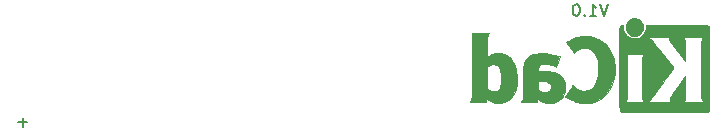
<source format=gbo>
%TF.GenerationSoftware,KiCad,Pcbnew,(6.0.0-0)*%
%TF.CreationDate,2022-03-01T22:49:58-05:00*%
%TF.ProjectId,Project 1 - LED Torch,50726f6a-6563-4742-9031-202d204c4544,rev?*%
%TF.SameCoordinates,Original*%
%TF.FileFunction,Legend,Bot*%
%TF.FilePolarity,Positive*%
%FSLAX46Y46*%
G04 Gerber Fmt 4.6, Leading zero omitted, Abs format (unit mm)*
G04 Created by KiCad (PCBNEW (6.0.0-0)) date 2022-03-01 22:49:58*
%MOMM*%
%LPD*%
G01*
G04 APERTURE LIST*
%ADD10C,0.150000*%
%ADD11C,0.010000*%
G04 APERTURE END LIST*
D10*
X114426952Y-109799428D02*
X113665047Y-109799428D01*
X114046000Y-110180380D02*
X114046000Y-109418476D01*
X163575809Y-99782380D02*
X163242476Y-100782380D01*
X162909142Y-99782380D01*
X162052000Y-100782380D02*
X162623428Y-100782380D01*
X162337714Y-100782380D02*
X162337714Y-99782380D01*
X162432952Y-99925238D01*
X162528190Y-100020476D01*
X162623428Y-100068095D01*
X161623428Y-100687142D02*
X161575809Y-100734761D01*
X161623428Y-100782380D01*
X161671047Y-100734761D01*
X161623428Y-100687142D01*
X161623428Y-100782380D01*
X160956761Y-99782380D02*
X160861523Y-99782380D01*
X160766285Y-99830000D01*
X160718666Y-99877619D01*
X160671047Y-99972857D01*
X160623428Y-100163333D01*
X160623428Y-100401428D01*
X160671047Y-100591904D01*
X160718666Y-100687142D01*
X160766285Y-100734761D01*
X160861523Y-100782380D01*
X160956761Y-100782380D01*
X161052000Y-100734761D01*
X161099619Y-100687142D01*
X161147238Y-100591904D01*
X161194857Y-100401428D01*
X161194857Y-100163333D01*
X161147238Y-99972857D01*
X161099619Y-99877619D01*
X161052000Y-99830000D01*
X160956761Y-99782380D01*
D11*
%TO.C,REF\u002A\u002A*%
X169922089Y-101563660D02*
X169572540Y-101563707D01*
X169572540Y-101563707D02*
X169409830Y-101563714D01*
X169409830Y-101563714D02*
X166805429Y-101563715D01*
X166805429Y-101563715D02*
X166805429Y-101717238D01*
X166805429Y-101717238D02*
X166789043Y-101904063D01*
X166789043Y-101904063D02*
X166739588Y-102076367D01*
X166739588Y-102076367D02*
X166656620Y-102235175D01*
X166656620Y-102235175D02*
X166539695Y-102381510D01*
X166539695Y-102381510D02*
X166500136Y-102421032D01*
X166500136Y-102421032D02*
X166357830Y-102533138D01*
X166357830Y-102533138D02*
X166200922Y-102614899D01*
X166200922Y-102614899D02*
X166034072Y-102666353D01*
X166034072Y-102666353D02*
X165861939Y-102687537D01*
X165861939Y-102687537D02*
X165689185Y-102678487D01*
X165689185Y-102678487D02*
X165520470Y-102639242D01*
X165520470Y-102639242D02*
X165360454Y-102569838D01*
X165360454Y-102569838D02*
X165213798Y-102470311D01*
X165213798Y-102470311D02*
X165147932Y-102410265D01*
X165147932Y-102410265D02*
X165025192Y-102263043D01*
X165025192Y-102263043D02*
X164935188Y-102101147D01*
X164935188Y-102101147D02*
X164878706Y-101926427D01*
X164878706Y-101926427D02*
X164856529Y-101740735D01*
X164856529Y-101740735D02*
X164856234Y-101722467D01*
X164856234Y-101722467D02*
X164855072Y-101563720D01*
X164855072Y-101563720D02*
X164785300Y-101563717D01*
X164785300Y-101563717D02*
X164723405Y-101572118D01*
X164723405Y-101572118D02*
X164666865Y-101592556D01*
X164666865Y-101592556D02*
X164663128Y-101594667D01*
X164663128Y-101594667D02*
X164650358Y-101601293D01*
X164650358Y-101601293D02*
X164638632Y-101606454D01*
X164638632Y-101606454D02*
X164627906Y-101611651D01*
X164627906Y-101611651D02*
X164618139Y-101618390D01*
X164618139Y-101618390D02*
X164609288Y-101628171D01*
X164609288Y-101628171D02*
X164601311Y-101642500D01*
X164601311Y-101642500D02*
X164594165Y-101662878D01*
X164594165Y-101662878D02*
X164587808Y-101690808D01*
X164587808Y-101690808D02*
X164582198Y-101727795D01*
X164582198Y-101727795D02*
X164577293Y-101775340D01*
X164577293Y-101775340D02*
X164573049Y-101834947D01*
X164573049Y-101834947D02*
X164569424Y-101908119D01*
X164569424Y-101908119D02*
X164566377Y-101996359D01*
X164566377Y-101996359D02*
X164563864Y-102101170D01*
X164563864Y-102101170D02*
X164561844Y-102224055D01*
X164561844Y-102224055D02*
X164560274Y-102366517D01*
X164560274Y-102366517D02*
X164559112Y-102530060D01*
X164559112Y-102530060D02*
X164558314Y-102716186D01*
X164558314Y-102716186D02*
X164557840Y-102926398D01*
X164557840Y-102926398D02*
X164557646Y-103162200D01*
X164557646Y-103162200D02*
X164557690Y-103425094D01*
X164557690Y-103425094D02*
X164557930Y-103716584D01*
X164557930Y-103716584D02*
X164558323Y-104038172D01*
X164558323Y-104038172D02*
X164558827Y-104391362D01*
X164558827Y-104391362D02*
X164559400Y-104777657D01*
X164559400Y-104777657D02*
X164559999Y-105198560D01*
X164559999Y-105198560D02*
X164560068Y-105249840D01*
X164560068Y-105249840D02*
X164560605Y-105673426D01*
X164560605Y-105673426D02*
X164561061Y-106062230D01*
X164561061Y-106062230D02*
X164561484Y-106417753D01*
X164561484Y-106417753D02*
X164561921Y-106741498D01*
X164561921Y-106741498D02*
X164562422Y-107034966D01*
X164562422Y-107034966D02*
X164563035Y-107299661D01*
X164563035Y-107299661D02*
X164563808Y-107537085D01*
X164563808Y-107537085D02*
X164564789Y-107748740D01*
X164564789Y-107748740D02*
X164566026Y-107936129D01*
X164566026Y-107936129D02*
X164567568Y-108100754D01*
X164567568Y-108100754D02*
X164569463Y-108244117D01*
X164569463Y-108244117D02*
X164571759Y-108367720D01*
X164571759Y-108367720D02*
X164574504Y-108473067D01*
X164574504Y-108473067D02*
X164577747Y-108561659D01*
X164577747Y-108561659D02*
X164581536Y-108635000D01*
X164581536Y-108635000D02*
X164585919Y-108694590D01*
X164585919Y-108694590D02*
X164590945Y-108741933D01*
X164590945Y-108741933D02*
X164596661Y-108778531D01*
X164596661Y-108778531D02*
X164603116Y-108805886D01*
X164603116Y-108805886D02*
X164610359Y-108825502D01*
X164610359Y-108825502D02*
X164618437Y-108838879D01*
X164618437Y-108838879D02*
X164627398Y-108847521D01*
X164627398Y-108847521D02*
X164637292Y-108852930D01*
X164637292Y-108852930D02*
X164648165Y-108856608D01*
X164648165Y-108856608D02*
X164660067Y-108860058D01*
X164660067Y-108860058D02*
X164673046Y-108864782D01*
X164673046Y-108864782D02*
X164676217Y-108866220D01*
X164676217Y-108866220D02*
X164686181Y-108869451D01*
X164686181Y-108869451D02*
X164702859Y-108872420D01*
X164702859Y-108872420D02*
X164727707Y-108875137D01*
X164727707Y-108875137D02*
X164762180Y-108877613D01*
X164762180Y-108877613D02*
X164807736Y-108879858D01*
X164807736Y-108879858D02*
X164865830Y-108881883D01*
X164865830Y-108881883D02*
X164937919Y-108883698D01*
X164937919Y-108883698D02*
X165025458Y-108885315D01*
X165025458Y-108885315D02*
X165129905Y-108886743D01*
X165129905Y-108886743D02*
X165252715Y-108887993D01*
X165252715Y-108887993D02*
X165395345Y-108889076D01*
X165395345Y-108889076D02*
X165559251Y-108890002D01*
X165559251Y-108890002D02*
X165745890Y-108890782D01*
X165745890Y-108890782D02*
X165956716Y-108891426D01*
X165956716Y-108891426D02*
X166193188Y-108891946D01*
X166193188Y-108891946D02*
X166456761Y-108892351D01*
X166456761Y-108892351D02*
X166748890Y-108892652D01*
X166748890Y-108892652D02*
X167071034Y-108892860D01*
X167071034Y-108892860D02*
X167424647Y-108892985D01*
X167424647Y-108892985D02*
X167811186Y-108893038D01*
X167811186Y-108893038D02*
X168232108Y-108893029D01*
X168232108Y-108893029D02*
X168368456Y-108893016D01*
X168368456Y-108893016D02*
X168798716Y-108892947D01*
X168798716Y-108892947D02*
X169194164Y-108892834D01*
X169194164Y-108892834D02*
X169556273Y-108892665D01*
X169556273Y-108892665D02*
X169886517Y-108892430D01*
X169886517Y-108892430D02*
X170186371Y-108892116D01*
X170186371Y-108892116D02*
X170457308Y-108891713D01*
X170457308Y-108891713D02*
X170700800Y-108891207D01*
X170700800Y-108891207D02*
X170918323Y-108890589D01*
X170918323Y-108890589D02*
X171111350Y-108889846D01*
X171111350Y-108889846D02*
X171281354Y-108888968D01*
X171281354Y-108888968D02*
X171429810Y-108887941D01*
X171429810Y-108887941D02*
X171558190Y-108886756D01*
X171558190Y-108886756D02*
X171667969Y-108885400D01*
X171667969Y-108885400D02*
X171760620Y-108883862D01*
X171760620Y-108883862D02*
X171837617Y-108882130D01*
X171837617Y-108882130D02*
X171900434Y-108880194D01*
X171900434Y-108880194D02*
X171950544Y-108878040D01*
X171950544Y-108878040D02*
X171989421Y-108875659D01*
X171989421Y-108875659D02*
X172018538Y-108873037D01*
X172018538Y-108873037D02*
X172039371Y-108870165D01*
X172039371Y-108870165D02*
X172053391Y-108867030D01*
X172053391Y-108867030D02*
X172061034Y-108864159D01*
X172061034Y-108864159D02*
X172074618Y-108858430D01*
X172074618Y-108858430D02*
X172087090Y-108854206D01*
X172087090Y-108854206D02*
X172098498Y-108849985D01*
X172098498Y-108849985D02*
X172108889Y-108844268D01*
X172108889Y-108844268D02*
X172118309Y-108835555D01*
X172118309Y-108835555D02*
X172126808Y-108822345D01*
X172126808Y-108822345D02*
X172134430Y-108803137D01*
X172134430Y-108803137D02*
X172141225Y-108776433D01*
X172141225Y-108776433D02*
X172147238Y-108740730D01*
X172147238Y-108740730D02*
X172152517Y-108694530D01*
X172152517Y-108694530D02*
X172157110Y-108636332D01*
X172157110Y-108636332D02*
X172161064Y-108564635D01*
X172161064Y-108564635D02*
X172164425Y-108477940D01*
X172164425Y-108477940D02*
X172167241Y-108374746D01*
X172167241Y-108374746D02*
X172169560Y-108253553D01*
X172169560Y-108253553D02*
X172171428Y-108112860D01*
X172171428Y-108112860D02*
X172171916Y-108058857D01*
X172171916Y-108058857D02*
X171687704Y-108058857D01*
X171687704Y-108058857D02*
X169976256Y-108058857D01*
X169976256Y-108058857D02*
X170009187Y-108008964D01*
X170009187Y-108008964D02*
X170041947Y-107957693D01*
X170041947Y-107957693D02*
X170069689Y-107908869D01*
X170069689Y-107908869D02*
X170092807Y-107859076D01*
X170092807Y-107859076D02*
X170111697Y-107804898D01*
X170111697Y-107804898D02*
X170126751Y-107742916D01*
X170126751Y-107742916D02*
X170138367Y-107669715D01*
X170138367Y-107669715D02*
X170146936Y-107581878D01*
X170146936Y-107581878D02*
X170152856Y-107475988D01*
X170152856Y-107475988D02*
X170156519Y-107348628D01*
X170156519Y-107348628D02*
X170158321Y-107196381D01*
X170158321Y-107196381D02*
X170158656Y-107015832D01*
X170158656Y-107015832D02*
X170157919Y-106803562D01*
X170157919Y-106803562D02*
X170157501Y-106724755D01*
X170157501Y-106724755D02*
X170152786Y-105879911D01*
X170152786Y-105879911D02*
X169617572Y-106608557D01*
X169617572Y-106608557D02*
X169465946Y-106815265D01*
X169465946Y-106815265D02*
X169334581Y-106995260D01*
X169334581Y-106995260D02*
X169222057Y-107150925D01*
X169222057Y-107150925D02*
X169126957Y-107284647D01*
X169126957Y-107284647D02*
X169047862Y-107398809D01*
X169047862Y-107398809D02*
X168983353Y-107495797D01*
X168983353Y-107495797D02*
X168932012Y-107577994D01*
X168932012Y-107577994D02*
X168892420Y-107647786D01*
X168892420Y-107647786D02*
X168863160Y-107707558D01*
X168863160Y-107707558D02*
X168842812Y-107759693D01*
X168842812Y-107759693D02*
X168829958Y-107806576D01*
X168829958Y-107806576D02*
X168823181Y-107850593D01*
X168823181Y-107850593D02*
X168821060Y-107894127D01*
X168821060Y-107894127D02*
X168822179Y-107939564D01*
X168822179Y-107939564D02*
X168822464Y-107945275D01*
X168822464Y-107945275D02*
X168828357Y-108058933D01*
X168828357Y-108058933D02*
X166952771Y-108058857D01*
X166952771Y-108058857D02*
X167092278Y-107918189D01*
X167092278Y-107918189D02*
X167130135Y-107879715D01*
X167130135Y-107879715D02*
X167166047Y-107842279D01*
X167166047Y-107842279D02*
X167201593Y-107803814D01*
X167201593Y-107803814D02*
X167238347Y-107762258D01*
X167238347Y-107762258D02*
X167277886Y-107715545D01*
X167277886Y-107715545D02*
X167321786Y-107661610D01*
X167321786Y-107661610D02*
X167371623Y-107598390D01*
X167371623Y-107598390D02*
X167428972Y-107523818D01*
X167428972Y-107523818D02*
X167495411Y-107435832D01*
X167495411Y-107435832D02*
X167572515Y-107332365D01*
X167572515Y-107332365D02*
X167661861Y-107211354D01*
X167661861Y-107211354D02*
X167765024Y-107070734D01*
X167765024Y-107070734D02*
X167883580Y-106908440D01*
X167883580Y-106908440D02*
X168019105Y-106722407D01*
X168019105Y-106722407D02*
X168173177Y-106510571D01*
X168173177Y-106510571D02*
X168299462Y-106336804D01*
X168299462Y-106336804D02*
X168457954Y-106118501D01*
X168457954Y-106118501D02*
X168596216Y-105927629D01*
X168596216Y-105927629D02*
X168715499Y-105762374D01*
X168715499Y-105762374D02*
X168817057Y-105620926D01*
X168817057Y-105620926D02*
X168902141Y-105501471D01*
X168902141Y-105501471D02*
X168972005Y-105402198D01*
X168972005Y-105402198D02*
X169027900Y-105321295D01*
X169027900Y-105321295D02*
X169071080Y-105256949D01*
X169071080Y-105256949D02*
X169102797Y-105207347D01*
X169102797Y-105207347D02*
X169124302Y-105170679D01*
X169124302Y-105170679D02*
X169136850Y-105145132D01*
X169136850Y-105145132D02*
X169141692Y-105128893D01*
X169141692Y-105128893D02*
X169140237Y-105120355D01*
X169140237Y-105120355D02*
X169122599Y-105097635D01*
X169122599Y-105097635D02*
X169084466Y-105049543D01*
X169084466Y-105049543D02*
X169028138Y-104978938D01*
X169028138Y-104978938D02*
X168955916Y-104888678D01*
X168955916Y-104888678D02*
X168870101Y-104781621D01*
X168870101Y-104781621D02*
X168772994Y-104660627D01*
X168772994Y-104660627D02*
X168666896Y-104528554D01*
X168666896Y-104528554D02*
X168554109Y-104388260D01*
X168554109Y-104388260D02*
X168436932Y-104242603D01*
X168436932Y-104242603D02*
X168317667Y-104094444D01*
X168317667Y-104094444D02*
X168252067Y-104013000D01*
X168252067Y-104013000D02*
X166623314Y-104013000D01*
X166623314Y-104013000D02*
X166555621Y-104135465D01*
X166555621Y-104135465D02*
X166487929Y-104257929D01*
X166487929Y-104257929D02*
X166487929Y-107813929D01*
X166487929Y-107813929D02*
X166555621Y-107936393D01*
X166555621Y-107936393D02*
X166623314Y-108058857D01*
X166623314Y-108058857D02*
X165822559Y-108058857D01*
X165822559Y-108058857D02*
X165631398Y-108058802D01*
X165631398Y-108058802D02*
X165473501Y-108058551D01*
X165473501Y-108058551D02*
X165345848Y-108057979D01*
X165345848Y-108057979D02*
X165245419Y-108056959D01*
X165245419Y-108056959D02*
X165169193Y-108055365D01*
X165169193Y-108055365D02*
X165114148Y-108053070D01*
X165114148Y-108053070D02*
X165077264Y-108049950D01*
X165077264Y-108049950D02*
X165055521Y-108045877D01*
X165055521Y-108045877D02*
X165045898Y-108040725D01*
X165045898Y-108040725D02*
X165045373Y-108034367D01*
X165045373Y-108034367D02*
X165050926Y-108026679D01*
X165050926Y-108026679D02*
X165050984Y-108026615D01*
X165050984Y-108026615D02*
X165073860Y-107993524D01*
X165073860Y-107993524D02*
X165104151Y-107939719D01*
X165104151Y-107939719D02*
X165130903Y-107886008D01*
X165130903Y-107886008D02*
X165181643Y-107777643D01*
X165181643Y-107777643D02*
X165186818Y-105895322D01*
X165186818Y-105895322D02*
X165191993Y-104013000D01*
X165191993Y-104013000D02*
X166623314Y-104013000D01*
X166623314Y-104013000D02*
X168252067Y-104013000D01*
X168252067Y-104013000D02*
X168198615Y-103946639D01*
X168198615Y-103946639D02*
X168082077Y-103802047D01*
X168082077Y-103802047D02*
X167970354Y-103663528D01*
X167970354Y-103663528D02*
X167865746Y-103533939D01*
X167865746Y-103533939D02*
X167770556Y-103416140D01*
X167770556Y-103416140D02*
X167687083Y-103312988D01*
X167687083Y-103312988D02*
X167617629Y-103227343D01*
X167617629Y-103227343D02*
X167564494Y-103162062D01*
X167564494Y-103162062D02*
X167533285Y-103124000D01*
X167533285Y-103124000D02*
X167412097Y-102981670D01*
X167412097Y-102981670D02*
X167295507Y-102853230D01*
X167295507Y-102853230D02*
X167187603Y-102742886D01*
X167187603Y-102742886D02*
X167092470Y-102654841D01*
X167092470Y-102654841D02*
X167024957Y-102600862D01*
X167024957Y-102600862D02*
X166945127Y-102543429D01*
X166945127Y-102543429D02*
X168781108Y-102543429D01*
X168781108Y-102543429D02*
X168780592Y-102651165D01*
X168780592Y-102651165D02*
X168785724Y-102730372D01*
X168785724Y-102730372D02*
X168805015Y-102803805D01*
X168805015Y-102803805D02*
X168834877Y-102873415D01*
X168834877Y-102873415D02*
X168854288Y-102912741D01*
X168854288Y-102912741D02*
X168875159Y-102951707D01*
X168875159Y-102951707D02*
X168899396Y-102992901D01*
X168899396Y-102992901D02*
X168928906Y-103038908D01*
X168928906Y-103038908D02*
X168965594Y-103092317D01*
X168965594Y-103092317D02*
X169011368Y-103155714D01*
X169011368Y-103155714D02*
X169068135Y-103231685D01*
X169068135Y-103231685D02*
X169137800Y-103322817D01*
X169137800Y-103322817D02*
X169222270Y-103431698D01*
X169222270Y-103431698D02*
X169323453Y-103560914D01*
X169323453Y-103560914D02*
X169443253Y-103713052D01*
X169443253Y-103713052D02*
X169583579Y-103890698D01*
X169583579Y-103890698D02*
X169599429Y-103910742D01*
X169599429Y-103910742D02*
X170152786Y-104610508D01*
X170152786Y-104610508D02*
X170158143Y-103835504D01*
X170158143Y-103835504D02*
X170159221Y-103603368D01*
X170159221Y-103603368D02*
X170158992Y-103406846D01*
X170158992Y-103406846D02*
X170157443Y-103245292D01*
X170157443Y-103245292D02*
X170154563Y-103118056D01*
X170154563Y-103118056D02*
X170150341Y-103024492D01*
X170150341Y-103024492D02*
X170144766Y-102963952D01*
X170144766Y-102963952D02*
X170142893Y-102952468D01*
X170142893Y-102952468D02*
X170113495Y-102831499D01*
X170113495Y-102831499D02*
X170074978Y-102722446D01*
X170074978Y-102722446D02*
X170031026Y-102634763D01*
X170031026Y-102634763D02*
X170004621Y-102597574D01*
X170004621Y-102597574D02*
X169959060Y-102543429D01*
X169959060Y-102543429D02*
X170823530Y-102543429D01*
X170823530Y-102543429D02*
X171029745Y-102543605D01*
X171029745Y-102543605D02*
X171202188Y-102544179D01*
X171202188Y-102544179D02*
X171343373Y-102545217D01*
X171343373Y-102545217D02*
X171455812Y-102546787D01*
X171455812Y-102546787D02*
X171542017Y-102548954D01*
X171542017Y-102548954D02*
X171604502Y-102551788D01*
X171604502Y-102551788D02*
X171645779Y-102555353D01*
X171645779Y-102555353D02*
X171668360Y-102559718D01*
X171668360Y-102559718D02*
X171674759Y-102564949D01*
X171674759Y-102564949D02*
X171674317Y-102566107D01*
X171674317Y-102566107D02*
X171655991Y-102593769D01*
X171655991Y-102593769D02*
X171625396Y-102637615D01*
X171625396Y-102637615D02*
X171609567Y-102659791D01*
X171609567Y-102659791D02*
X171593202Y-102681920D01*
X171593202Y-102681920D02*
X171578492Y-102701709D01*
X171578492Y-102701709D02*
X171565344Y-102721106D01*
X171565344Y-102721106D02*
X171553667Y-102742058D01*
X171553667Y-102742058D02*
X171543368Y-102766512D01*
X171543368Y-102766512D02*
X171534354Y-102796416D01*
X171534354Y-102796416D02*
X171526532Y-102833717D01*
X171526532Y-102833717D02*
X171519809Y-102880363D01*
X171519809Y-102880363D02*
X171514094Y-102938301D01*
X171514094Y-102938301D02*
X171509293Y-103009479D01*
X171509293Y-103009479D02*
X171505315Y-103095844D01*
X171505315Y-103095844D02*
X171502065Y-103199344D01*
X171502065Y-103199344D02*
X171499452Y-103321925D01*
X171499452Y-103321925D02*
X171497383Y-103465537D01*
X171497383Y-103465537D02*
X171495766Y-103632125D01*
X171495766Y-103632125D02*
X171494507Y-103823637D01*
X171494507Y-103823637D02*
X171493515Y-104042022D01*
X171493515Y-104042022D02*
X171492696Y-104289226D01*
X171492696Y-104289226D02*
X171491958Y-104567196D01*
X171491958Y-104567196D02*
X171491209Y-104877881D01*
X171491209Y-104877881D02*
X171490508Y-105163300D01*
X171490508Y-105163300D02*
X171489847Y-105481492D01*
X171489847Y-105481492D02*
X171489503Y-105785077D01*
X171489503Y-105785077D02*
X171489468Y-106072115D01*
X171489468Y-106072115D02*
X171489732Y-106340669D01*
X171489732Y-106340669D02*
X171490285Y-106588798D01*
X171490285Y-106588798D02*
X171491120Y-106814563D01*
X171491120Y-106814563D02*
X171492227Y-107016026D01*
X171492227Y-107016026D02*
X171493596Y-107191246D01*
X171493596Y-107191246D02*
X171495219Y-107338286D01*
X171495219Y-107338286D02*
X171497087Y-107455206D01*
X171497087Y-107455206D02*
X171499189Y-107540067D01*
X171499189Y-107540067D02*
X171501518Y-107590929D01*
X171501518Y-107590929D02*
X171501959Y-107596304D01*
X171501959Y-107596304D02*
X171518008Y-107719613D01*
X171518008Y-107719613D02*
X171543064Y-107818644D01*
X171543064Y-107818644D02*
X171581221Y-107905070D01*
X171581221Y-107905070D02*
X171636572Y-107990565D01*
X171636572Y-107990565D02*
X171643496Y-107999893D01*
X171643496Y-107999893D02*
X171687704Y-108058857D01*
X171687704Y-108058857D02*
X172171916Y-108058857D01*
X172171916Y-108058857D02*
X172172892Y-107951168D01*
X172172892Y-107951168D02*
X172174001Y-107766976D01*
X172174001Y-107766976D02*
X172174801Y-107558784D01*
X172174801Y-107558784D02*
X172175339Y-107325091D01*
X172175339Y-107325091D02*
X172175662Y-107064398D01*
X172175662Y-107064398D02*
X172175817Y-106775204D01*
X172175817Y-106775204D02*
X172175854Y-106456009D01*
X172175854Y-106456009D02*
X172175817Y-106105313D01*
X172175817Y-106105313D02*
X172175755Y-105721614D01*
X172175755Y-105721614D02*
X172175715Y-105303414D01*
X172175715Y-105303414D02*
X172175714Y-105220393D01*
X172175714Y-105220393D02*
X172175691Y-104797789D01*
X172175691Y-104797789D02*
X172175612Y-104409981D01*
X172175612Y-104409981D02*
X172175467Y-104055480D01*
X172175467Y-104055480D02*
X172175244Y-103732797D01*
X172175244Y-103732797D02*
X172174931Y-103440442D01*
X172174931Y-103440442D02*
X172174517Y-103176927D01*
X172174517Y-103176927D02*
X172173991Y-102940762D01*
X172173991Y-102940762D02*
X172173340Y-102730458D01*
X172173340Y-102730458D02*
X172172553Y-102544526D01*
X172172553Y-102544526D02*
X172171619Y-102381475D01*
X172171619Y-102381475D02*
X172170526Y-102239818D01*
X172170526Y-102239818D02*
X172169263Y-102118064D01*
X172169263Y-102118064D02*
X172167817Y-102014725D01*
X172167817Y-102014725D02*
X172166179Y-101928311D01*
X172166179Y-101928311D02*
X172164334Y-101857333D01*
X172164334Y-101857333D02*
X172162274Y-101800301D01*
X172162274Y-101800301D02*
X172159985Y-101755727D01*
X172159985Y-101755727D02*
X172157456Y-101722121D01*
X172157456Y-101722121D02*
X172154676Y-101697993D01*
X172154676Y-101697993D02*
X172151633Y-101681856D01*
X172151633Y-101681856D02*
X172148316Y-101672218D01*
X172148316Y-101672218D02*
X172148193Y-101671978D01*
X172148193Y-101671978D02*
X172141360Y-101657255D01*
X172141360Y-101657255D02*
X172135670Y-101643926D01*
X172135670Y-101643926D02*
X172129374Y-101631922D01*
X172129374Y-101631922D02*
X172120728Y-101621173D01*
X172120728Y-101621173D02*
X172107986Y-101611611D01*
X172107986Y-101611611D02*
X172089400Y-101603167D01*
X172089400Y-101603167D02*
X172063226Y-101595771D01*
X172063226Y-101595771D02*
X172027716Y-101589354D01*
X172027716Y-101589354D02*
X171981125Y-101583848D01*
X171981125Y-101583848D02*
X171921707Y-101579183D01*
X171921707Y-101579183D02*
X171847715Y-101575291D01*
X171847715Y-101575291D02*
X171757403Y-101572102D01*
X171757403Y-101572102D02*
X171649025Y-101569547D01*
X171649025Y-101569547D02*
X171520835Y-101567558D01*
X171520835Y-101567558D02*
X171371087Y-101566065D01*
X171371087Y-101566065D02*
X171198034Y-101564998D01*
X171198034Y-101564998D02*
X170999931Y-101564291D01*
X170999931Y-101564291D02*
X170775031Y-101563872D01*
X170775031Y-101563872D02*
X170521588Y-101563673D01*
X170521588Y-101563673D02*
X170237856Y-101563626D01*
X170237856Y-101563626D02*
X169922089Y-101563660D01*
X169922089Y-101563660D02*
X169922089Y-101563660D01*
G36*
X172169560Y-108253553D02*
G01*
X172167241Y-108374746D01*
X172164425Y-108477940D01*
X172161064Y-108564635D01*
X172157110Y-108636332D01*
X172152517Y-108694530D01*
X172147238Y-108740730D01*
X172141225Y-108776433D01*
X172134430Y-108803137D01*
X172126808Y-108822345D01*
X172118309Y-108835555D01*
X172108889Y-108844268D01*
X172098498Y-108849985D01*
X172087090Y-108854206D01*
X172074618Y-108858430D01*
X172061034Y-108864159D01*
X172053391Y-108867030D01*
X172039371Y-108870165D01*
X172018538Y-108873037D01*
X171989421Y-108875659D01*
X171950544Y-108878040D01*
X171900434Y-108880194D01*
X171837617Y-108882130D01*
X171760620Y-108883862D01*
X171667969Y-108885400D01*
X171558190Y-108886756D01*
X171429810Y-108887941D01*
X171281354Y-108888968D01*
X171111350Y-108889846D01*
X170918323Y-108890589D01*
X170700800Y-108891207D01*
X170457308Y-108891713D01*
X170186371Y-108892116D01*
X169886517Y-108892430D01*
X169556273Y-108892665D01*
X169194164Y-108892834D01*
X168798716Y-108892947D01*
X168368456Y-108893016D01*
X168232108Y-108893029D01*
X167811186Y-108893038D01*
X167424647Y-108892985D01*
X167071034Y-108892860D01*
X166748890Y-108892652D01*
X166456761Y-108892351D01*
X166193188Y-108891946D01*
X165956716Y-108891426D01*
X165745890Y-108890782D01*
X165559251Y-108890002D01*
X165395345Y-108889076D01*
X165252715Y-108887993D01*
X165129905Y-108886743D01*
X165025458Y-108885315D01*
X164937919Y-108883698D01*
X164865830Y-108881883D01*
X164807736Y-108879858D01*
X164762180Y-108877613D01*
X164727707Y-108875137D01*
X164702859Y-108872420D01*
X164686181Y-108869451D01*
X164676217Y-108866220D01*
X164673046Y-108864782D01*
X164660067Y-108860058D01*
X164648165Y-108856608D01*
X164637292Y-108852930D01*
X164627398Y-108847521D01*
X164618437Y-108838879D01*
X164610359Y-108825502D01*
X164603116Y-108805886D01*
X164596661Y-108778531D01*
X164590945Y-108741933D01*
X164585919Y-108694590D01*
X164581536Y-108635000D01*
X164577747Y-108561659D01*
X164574504Y-108473067D01*
X164571759Y-108367720D01*
X164569463Y-108244117D01*
X164567568Y-108100754D01*
X164566946Y-108034367D01*
X165045373Y-108034367D01*
X165045898Y-108040725D01*
X165055521Y-108045877D01*
X165077264Y-108049950D01*
X165114148Y-108053070D01*
X165169193Y-108055365D01*
X165245419Y-108056959D01*
X165345848Y-108057979D01*
X165473501Y-108058551D01*
X165631398Y-108058802D01*
X165822559Y-108058857D01*
X166623314Y-108058857D01*
X166555621Y-107936393D01*
X166487929Y-107813929D01*
X166487929Y-104257929D01*
X166555621Y-104135465D01*
X166623314Y-104013000D01*
X165191993Y-104013000D01*
X165186818Y-105895322D01*
X165181643Y-107777643D01*
X165130903Y-107886008D01*
X165104151Y-107939719D01*
X165073860Y-107993524D01*
X165050984Y-108026615D01*
X165050926Y-108026679D01*
X165045373Y-108034367D01*
X164566946Y-108034367D01*
X164566026Y-107936129D01*
X164564789Y-107748740D01*
X164563808Y-107537085D01*
X164563035Y-107299661D01*
X164562422Y-107034966D01*
X164561921Y-106741498D01*
X164561484Y-106417753D01*
X164561061Y-106062230D01*
X164560605Y-105673426D01*
X164560068Y-105249840D01*
X164559999Y-105198560D01*
X164559400Y-104777657D01*
X164558827Y-104391362D01*
X164558323Y-104038172D01*
X164557930Y-103716584D01*
X164557690Y-103425094D01*
X164557646Y-103162200D01*
X164557840Y-102926398D01*
X164558314Y-102716186D01*
X164559112Y-102530060D01*
X164560274Y-102366517D01*
X164561844Y-102224055D01*
X164563864Y-102101170D01*
X164566377Y-101996359D01*
X164569424Y-101908119D01*
X164573049Y-101834947D01*
X164577293Y-101775340D01*
X164582198Y-101727795D01*
X164587808Y-101690808D01*
X164594165Y-101662878D01*
X164601311Y-101642500D01*
X164609288Y-101628171D01*
X164618139Y-101618390D01*
X164627906Y-101611651D01*
X164638632Y-101606454D01*
X164650358Y-101601293D01*
X164663128Y-101594667D01*
X164666865Y-101592556D01*
X164723405Y-101572118D01*
X164785300Y-101563717D01*
X164855072Y-101563720D01*
X164856234Y-101722467D01*
X164856529Y-101740735D01*
X164878706Y-101926427D01*
X164935188Y-102101147D01*
X165025192Y-102263043D01*
X165147932Y-102410265D01*
X165213798Y-102470311D01*
X165360454Y-102569838D01*
X165520470Y-102639242D01*
X165689185Y-102678487D01*
X165861939Y-102687537D01*
X166034072Y-102666353D01*
X166200922Y-102614899D01*
X166338080Y-102543429D01*
X166945127Y-102543429D01*
X167024957Y-102600862D01*
X167092470Y-102654841D01*
X167187603Y-102742886D01*
X167295507Y-102853230D01*
X167412097Y-102981670D01*
X167533285Y-103124000D01*
X167564494Y-103162062D01*
X167617629Y-103227343D01*
X167687083Y-103312988D01*
X167770556Y-103416140D01*
X167865746Y-103533939D01*
X167970354Y-103663528D01*
X168082077Y-103802047D01*
X168198615Y-103946639D01*
X168252067Y-104013000D01*
X168317667Y-104094444D01*
X168436932Y-104242603D01*
X168554109Y-104388260D01*
X168666896Y-104528554D01*
X168772994Y-104660627D01*
X168870101Y-104781621D01*
X168955916Y-104888678D01*
X169028138Y-104978938D01*
X169084466Y-105049543D01*
X169122599Y-105097635D01*
X169140237Y-105120355D01*
X169141692Y-105128893D01*
X169136850Y-105145132D01*
X169124302Y-105170679D01*
X169102797Y-105207347D01*
X169071080Y-105256949D01*
X169027900Y-105321295D01*
X168972005Y-105402198D01*
X168902141Y-105501471D01*
X168817057Y-105620926D01*
X168715499Y-105762374D01*
X168596216Y-105927629D01*
X168457954Y-106118501D01*
X168299462Y-106336804D01*
X168173177Y-106510571D01*
X168019105Y-106722407D01*
X167883580Y-106908440D01*
X167765024Y-107070734D01*
X167661861Y-107211354D01*
X167572515Y-107332365D01*
X167495411Y-107435832D01*
X167428972Y-107523818D01*
X167371623Y-107598390D01*
X167321786Y-107661610D01*
X167277886Y-107715545D01*
X167238347Y-107762258D01*
X167201593Y-107803814D01*
X167166047Y-107842279D01*
X167130135Y-107879715D01*
X167092278Y-107918189D01*
X166952771Y-108058857D01*
X168828357Y-108058933D01*
X168822464Y-107945275D01*
X168822179Y-107939564D01*
X168821060Y-107894127D01*
X168823181Y-107850593D01*
X168829958Y-107806576D01*
X168842812Y-107759693D01*
X168863160Y-107707558D01*
X168892420Y-107647786D01*
X168932012Y-107577994D01*
X168983353Y-107495797D01*
X169047862Y-107398809D01*
X169126957Y-107284647D01*
X169222057Y-107150925D01*
X169334581Y-106995260D01*
X169465946Y-106815265D01*
X169617572Y-106608557D01*
X170152786Y-105879911D01*
X170157501Y-106724755D01*
X170157919Y-106803562D01*
X170158656Y-107015832D01*
X170158321Y-107196381D01*
X170156519Y-107348628D01*
X170152856Y-107475988D01*
X170146936Y-107581878D01*
X170138367Y-107669715D01*
X170126751Y-107742916D01*
X170111697Y-107804898D01*
X170092807Y-107859076D01*
X170069689Y-107908869D01*
X170041947Y-107957693D01*
X170009187Y-108008964D01*
X169976256Y-108058857D01*
X171687704Y-108058857D01*
X171643496Y-107999893D01*
X171636572Y-107990565D01*
X171581221Y-107905070D01*
X171543064Y-107818644D01*
X171518008Y-107719613D01*
X171501959Y-107596304D01*
X171501518Y-107590929D01*
X171499189Y-107540067D01*
X171497087Y-107455206D01*
X171495219Y-107338286D01*
X171493596Y-107191246D01*
X171492227Y-107016026D01*
X171491120Y-106814563D01*
X171490285Y-106588798D01*
X171489732Y-106340669D01*
X171489468Y-106072115D01*
X171489503Y-105785077D01*
X171489847Y-105481492D01*
X171490508Y-105163300D01*
X171491209Y-104877881D01*
X171491958Y-104567196D01*
X171492696Y-104289226D01*
X171493515Y-104042022D01*
X171494507Y-103823637D01*
X171495766Y-103632125D01*
X171497383Y-103465537D01*
X171499452Y-103321925D01*
X171502065Y-103199344D01*
X171505315Y-103095844D01*
X171509293Y-103009479D01*
X171514094Y-102938301D01*
X171519809Y-102880363D01*
X171526532Y-102833717D01*
X171534354Y-102796416D01*
X171543368Y-102766512D01*
X171553667Y-102742058D01*
X171565344Y-102721106D01*
X171578492Y-102701709D01*
X171593202Y-102681920D01*
X171609567Y-102659791D01*
X171625396Y-102637615D01*
X171655991Y-102593769D01*
X171674317Y-102566107D01*
X171674759Y-102564949D01*
X171668360Y-102559718D01*
X171645779Y-102555353D01*
X171604502Y-102551788D01*
X171542017Y-102548954D01*
X171455812Y-102546787D01*
X171343373Y-102545217D01*
X171202188Y-102544179D01*
X171029745Y-102543605D01*
X170823530Y-102543429D01*
X169959060Y-102543429D01*
X170004621Y-102597574D01*
X170031026Y-102634763D01*
X170074978Y-102722446D01*
X170113495Y-102831499D01*
X170142893Y-102952468D01*
X170144766Y-102963952D01*
X170150341Y-103024492D01*
X170154563Y-103118056D01*
X170157443Y-103245292D01*
X170158992Y-103406846D01*
X170159221Y-103603368D01*
X170158143Y-103835504D01*
X170152786Y-104610508D01*
X169599429Y-103910742D01*
X169583579Y-103890698D01*
X169443253Y-103713052D01*
X169323453Y-103560914D01*
X169222270Y-103431698D01*
X169137800Y-103322817D01*
X169068135Y-103231685D01*
X169011368Y-103155714D01*
X168965594Y-103092317D01*
X168928906Y-103038908D01*
X168899396Y-102992901D01*
X168875159Y-102951707D01*
X168854288Y-102912741D01*
X168834877Y-102873415D01*
X168805015Y-102803805D01*
X168785724Y-102730372D01*
X168780592Y-102651165D01*
X168781108Y-102543429D01*
X166945127Y-102543429D01*
X166338080Y-102543429D01*
X166357830Y-102533138D01*
X166500136Y-102421032D01*
X166539695Y-102381510D01*
X166656620Y-102235175D01*
X166739588Y-102076367D01*
X166789043Y-101904063D01*
X166805429Y-101717238D01*
X166805429Y-101563715D01*
X169409830Y-101563714D01*
X169572540Y-101563707D01*
X169922089Y-101563660D01*
X170237856Y-101563626D01*
X170521588Y-101563673D01*
X170775031Y-101563872D01*
X170999931Y-101564291D01*
X171198034Y-101564998D01*
X171371087Y-101566065D01*
X171520835Y-101567558D01*
X171649025Y-101569547D01*
X171757403Y-101572102D01*
X171847715Y-101575291D01*
X171921707Y-101579183D01*
X171981125Y-101583848D01*
X172027716Y-101589354D01*
X172063226Y-101595771D01*
X172089400Y-101603167D01*
X172107986Y-101611611D01*
X172120728Y-101621173D01*
X172129374Y-101631922D01*
X172135670Y-101643926D01*
X172141360Y-101657255D01*
X172148193Y-101671978D01*
X172148316Y-101672218D01*
X172151633Y-101681856D01*
X172154676Y-101697993D01*
X172157456Y-101722121D01*
X172159985Y-101755727D01*
X172162274Y-101800301D01*
X172164334Y-101857333D01*
X172166179Y-101928311D01*
X172167817Y-102014725D01*
X172169263Y-102118064D01*
X172170526Y-102239818D01*
X172171619Y-102381475D01*
X172172553Y-102544526D01*
X172173340Y-102730458D01*
X172173991Y-102940762D01*
X172174517Y-103176927D01*
X172174931Y-103440442D01*
X172175244Y-103732797D01*
X172175467Y-104055480D01*
X172175612Y-104409981D01*
X172175691Y-104797789D01*
X172175714Y-105220393D01*
X172175715Y-105303414D01*
X172175755Y-105721614D01*
X172175817Y-106105313D01*
X172175854Y-106456009D01*
X172175817Y-106775204D01*
X172175662Y-107064398D01*
X172175339Y-107325091D01*
X172174801Y-107558784D01*
X172174001Y-107766976D01*
X172172892Y-107951168D01*
X172171916Y-108058857D01*
X172171428Y-108112860D01*
X172169560Y-108253553D01*
G37*
X172169560Y-108253553D02*
X172167241Y-108374746D01*
X172164425Y-108477940D01*
X172161064Y-108564635D01*
X172157110Y-108636332D01*
X172152517Y-108694530D01*
X172147238Y-108740730D01*
X172141225Y-108776433D01*
X172134430Y-108803137D01*
X172126808Y-108822345D01*
X172118309Y-108835555D01*
X172108889Y-108844268D01*
X172098498Y-108849985D01*
X172087090Y-108854206D01*
X172074618Y-108858430D01*
X172061034Y-108864159D01*
X172053391Y-108867030D01*
X172039371Y-108870165D01*
X172018538Y-108873037D01*
X171989421Y-108875659D01*
X171950544Y-108878040D01*
X171900434Y-108880194D01*
X171837617Y-108882130D01*
X171760620Y-108883862D01*
X171667969Y-108885400D01*
X171558190Y-108886756D01*
X171429810Y-108887941D01*
X171281354Y-108888968D01*
X171111350Y-108889846D01*
X170918323Y-108890589D01*
X170700800Y-108891207D01*
X170457308Y-108891713D01*
X170186371Y-108892116D01*
X169886517Y-108892430D01*
X169556273Y-108892665D01*
X169194164Y-108892834D01*
X168798716Y-108892947D01*
X168368456Y-108893016D01*
X168232108Y-108893029D01*
X167811186Y-108893038D01*
X167424647Y-108892985D01*
X167071034Y-108892860D01*
X166748890Y-108892652D01*
X166456761Y-108892351D01*
X166193188Y-108891946D01*
X165956716Y-108891426D01*
X165745890Y-108890782D01*
X165559251Y-108890002D01*
X165395345Y-108889076D01*
X165252715Y-108887993D01*
X165129905Y-108886743D01*
X165025458Y-108885315D01*
X164937919Y-108883698D01*
X164865830Y-108881883D01*
X164807736Y-108879858D01*
X164762180Y-108877613D01*
X164727707Y-108875137D01*
X164702859Y-108872420D01*
X164686181Y-108869451D01*
X164676217Y-108866220D01*
X164673046Y-108864782D01*
X164660067Y-108860058D01*
X164648165Y-108856608D01*
X164637292Y-108852930D01*
X164627398Y-108847521D01*
X164618437Y-108838879D01*
X164610359Y-108825502D01*
X164603116Y-108805886D01*
X164596661Y-108778531D01*
X164590945Y-108741933D01*
X164585919Y-108694590D01*
X164581536Y-108635000D01*
X164577747Y-108561659D01*
X164574504Y-108473067D01*
X164571759Y-108367720D01*
X164569463Y-108244117D01*
X164567568Y-108100754D01*
X164566946Y-108034367D01*
X165045373Y-108034367D01*
X165045898Y-108040725D01*
X165055521Y-108045877D01*
X165077264Y-108049950D01*
X165114148Y-108053070D01*
X165169193Y-108055365D01*
X165245419Y-108056959D01*
X165345848Y-108057979D01*
X165473501Y-108058551D01*
X165631398Y-108058802D01*
X165822559Y-108058857D01*
X166623314Y-108058857D01*
X166555621Y-107936393D01*
X166487929Y-107813929D01*
X166487929Y-104257929D01*
X166555621Y-104135465D01*
X166623314Y-104013000D01*
X165191993Y-104013000D01*
X165186818Y-105895322D01*
X165181643Y-107777643D01*
X165130903Y-107886008D01*
X165104151Y-107939719D01*
X165073860Y-107993524D01*
X165050984Y-108026615D01*
X165050926Y-108026679D01*
X165045373Y-108034367D01*
X164566946Y-108034367D01*
X164566026Y-107936129D01*
X164564789Y-107748740D01*
X164563808Y-107537085D01*
X164563035Y-107299661D01*
X164562422Y-107034966D01*
X164561921Y-106741498D01*
X164561484Y-106417753D01*
X164561061Y-106062230D01*
X164560605Y-105673426D01*
X164560068Y-105249840D01*
X164559999Y-105198560D01*
X164559400Y-104777657D01*
X164558827Y-104391362D01*
X164558323Y-104038172D01*
X164557930Y-103716584D01*
X164557690Y-103425094D01*
X164557646Y-103162200D01*
X164557840Y-102926398D01*
X164558314Y-102716186D01*
X164559112Y-102530060D01*
X164560274Y-102366517D01*
X164561844Y-102224055D01*
X164563864Y-102101170D01*
X164566377Y-101996359D01*
X164569424Y-101908119D01*
X164573049Y-101834947D01*
X164577293Y-101775340D01*
X164582198Y-101727795D01*
X164587808Y-101690808D01*
X164594165Y-101662878D01*
X164601311Y-101642500D01*
X164609288Y-101628171D01*
X164618139Y-101618390D01*
X164627906Y-101611651D01*
X164638632Y-101606454D01*
X164650358Y-101601293D01*
X164663128Y-101594667D01*
X164666865Y-101592556D01*
X164723405Y-101572118D01*
X164785300Y-101563717D01*
X164855072Y-101563720D01*
X164856234Y-101722467D01*
X164856529Y-101740735D01*
X164878706Y-101926427D01*
X164935188Y-102101147D01*
X165025192Y-102263043D01*
X165147932Y-102410265D01*
X165213798Y-102470311D01*
X165360454Y-102569838D01*
X165520470Y-102639242D01*
X165689185Y-102678487D01*
X165861939Y-102687537D01*
X166034072Y-102666353D01*
X166200922Y-102614899D01*
X166338080Y-102543429D01*
X166945127Y-102543429D01*
X167024957Y-102600862D01*
X167092470Y-102654841D01*
X167187603Y-102742886D01*
X167295507Y-102853230D01*
X167412097Y-102981670D01*
X167533285Y-103124000D01*
X167564494Y-103162062D01*
X167617629Y-103227343D01*
X167687083Y-103312988D01*
X167770556Y-103416140D01*
X167865746Y-103533939D01*
X167970354Y-103663528D01*
X168082077Y-103802047D01*
X168198615Y-103946639D01*
X168252067Y-104013000D01*
X168317667Y-104094444D01*
X168436932Y-104242603D01*
X168554109Y-104388260D01*
X168666896Y-104528554D01*
X168772994Y-104660627D01*
X168870101Y-104781621D01*
X168955916Y-104888678D01*
X169028138Y-104978938D01*
X169084466Y-105049543D01*
X169122599Y-105097635D01*
X169140237Y-105120355D01*
X169141692Y-105128893D01*
X169136850Y-105145132D01*
X169124302Y-105170679D01*
X169102797Y-105207347D01*
X169071080Y-105256949D01*
X169027900Y-105321295D01*
X168972005Y-105402198D01*
X168902141Y-105501471D01*
X168817057Y-105620926D01*
X168715499Y-105762374D01*
X168596216Y-105927629D01*
X168457954Y-106118501D01*
X168299462Y-106336804D01*
X168173177Y-106510571D01*
X168019105Y-106722407D01*
X167883580Y-106908440D01*
X167765024Y-107070734D01*
X167661861Y-107211354D01*
X167572515Y-107332365D01*
X167495411Y-107435832D01*
X167428972Y-107523818D01*
X167371623Y-107598390D01*
X167321786Y-107661610D01*
X167277886Y-107715545D01*
X167238347Y-107762258D01*
X167201593Y-107803814D01*
X167166047Y-107842279D01*
X167130135Y-107879715D01*
X167092278Y-107918189D01*
X166952771Y-108058857D01*
X168828357Y-108058933D01*
X168822464Y-107945275D01*
X168822179Y-107939564D01*
X168821060Y-107894127D01*
X168823181Y-107850593D01*
X168829958Y-107806576D01*
X168842812Y-107759693D01*
X168863160Y-107707558D01*
X168892420Y-107647786D01*
X168932012Y-107577994D01*
X168983353Y-107495797D01*
X169047862Y-107398809D01*
X169126957Y-107284647D01*
X169222057Y-107150925D01*
X169334581Y-106995260D01*
X169465946Y-106815265D01*
X169617572Y-106608557D01*
X170152786Y-105879911D01*
X170157501Y-106724755D01*
X170157919Y-106803562D01*
X170158656Y-107015832D01*
X170158321Y-107196381D01*
X170156519Y-107348628D01*
X170152856Y-107475988D01*
X170146936Y-107581878D01*
X170138367Y-107669715D01*
X170126751Y-107742916D01*
X170111697Y-107804898D01*
X170092807Y-107859076D01*
X170069689Y-107908869D01*
X170041947Y-107957693D01*
X170009187Y-108008964D01*
X169976256Y-108058857D01*
X171687704Y-108058857D01*
X171643496Y-107999893D01*
X171636572Y-107990565D01*
X171581221Y-107905070D01*
X171543064Y-107818644D01*
X171518008Y-107719613D01*
X171501959Y-107596304D01*
X171501518Y-107590929D01*
X171499189Y-107540067D01*
X171497087Y-107455206D01*
X171495219Y-107338286D01*
X171493596Y-107191246D01*
X171492227Y-107016026D01*
X171491120Y-106814563D01*
X171490285Y-106588798D01*
X171489732Y-106340669D01*
X171489468Y-106072115D01*
X171489503Y-105785077D01*
X171489847Y-105481492D01*
X171490508Y-105163300D01*
X171491209Y-104877881D01*
X171491958Y-104567196D01*
X171492696Y-104289226D01*
X171493515Y-104042022D01*
X171494507Y-103823637D01*
X171495766Y-103632125D01*
X171497383Y-103465537D01*
X171499452Y-103321925D01*
X171502065Y-103199344D01*
X171505315Y-103095844D01*
X171509293Y-103009479D01*
X171514094Y-102938301D01*
X171519809Y-102880363D01*
X171526532Y-102833717D01*
X171534354Y-102796416D01*
X171543368Y-102766512D01*
X171553667Y-102742058D01*
X171565344Y-102721106D01*
X171578492Y-102701709D01*
X171593202Y-102681920D01*
X171609567Y-102659791D01*
X171625396Y-102637615D01*
X171655991Y-102593769D01*
X171674317Y-102566107D01*
X171674759Y-102564949D01*
X171668360Y-102559718D01*
X171645779Y-102555353D01*
X171604502Y-102551788D01*
X171542017Y-102548954D01*
X171455812Y-102546787D01*
X171343373Y-102545217D01*
X171202188Y-102544179D01*
X171029745Y-102543605D01*
X170823530Y-102543429D01*
X169959060Y-102543429D01*
X170004621Y-102597574D01*
X170031026Y-102634763D01*
X170074978Y-102722446D01*
X170113495Y-102831499D01*
X170142893Y-102952468D01*
X170144766Y-102963952D01*
X170150341Y-103024492D01*
X170154563Y-103118056D01*
X170157443Y-103245292D01*
X170158992Y-103406846D01*
X170159221Y-103603368D01*
X170158143Y-103835504D01*
X170152786Y-104610508D01*
X169599429Y-103910742D01*
X169583579Y-103890698D01*
X169443253Y-103713052D01*
X169323453Y-103560914D01*
X169222270Y-103431698D01*
X169137800Y-103322817D01*
X169068135Y-103231685D01*
X169011368Y-103155714D01*
X168965594Y-103092317D01*
X168928906Y-103038908D01*
X168899396Y-102992901D01*
X168875159Y-102951707D01*
X168854288Y-102912741D01*
X168834877Y-102873415D01*
X168805015Y-102803805D01*
X168785724Y-102730372D01*
X168780592Y-102651165D01*
X168781108Y-102543429D01*
X166945127Y-102543429D01*
X166338080Y-102543429D01*
X166357830Y-102533138D01*
X166500136Y-102421032D01*
X166539695Y-102381510D01*
X166656620Y-102235175D01*
X166739588Y-102076367D01*
X166789043Y-101904063D01*
X166805429Y-101717238D01*
X166805429Y-101563715D01*
X169409830Y-101563714D01*
X169572540Y-101563707D01*
X169922089Y-101563660D01*
X170237856Y-101563626D01*
X170521588Y-101563673D01*
X170775031Y-101563872D01*
X170999931Y-101564291D01*
X171198034Y-101564998D01*
X171371087Y-101566065D01*
X171520835Y-101567558D01*
X171649025Y-101569547D01*
X171757403Y-101572102D01*
X171847715Y-101575291D01*
X171921707Y-101579183D01*
X171981125Y-101583848D01*
X172027716Y-101589354D01*
X172063226Y-101595771D01*
X172089400Y-101603167D01*
X172107986Y-101611611D01*
X172120728Y-101621173D01*
X172129374Y-101631922D01*
X172135670Y-101643926D01*
X172141360Y-101657255D01*
X172148193Y-101671978D01*
X172148316Y-101672218D01*
X172151633Y-101681856D01*
X172154676Y-101697993D01*
X172157456Y-101722121D01*
X172159985Y-101755727D01*
X172162274Y-101800301D01*
X172164334Y-101857333D01*
X172166179Y-101928311D01*
X172167817Y-102014725D01*
X172169263Y-102118064D01*
X172170526Y-102239818D01*
X172171619Y-102381475D01*
X172172553Y-102544526D01*
X172173340Y-102730458D01*
X172173991Y-102940762D01*
X172174517Y-103176927D01*
X172174931Y-103440442D01*
X172175244Y-103732797D01*
X172175467Y-104055480D01*
X172175612Y-104409981D01*
X172175691Y-104797789D01*
X172175714Y-105220393D01*
X172175715Y-105303414D01*
X172175755Y-105721614D01*
X172175817Y-106105313D01*
X172175854Y-106456009D01*
X172175817Y-106775204D01*
X172175662Y-107064398D01*
X172175339Y-107325091D01*
X172174801Y-107558784D01*
X172174001Y-107766976D01*
X172172892Y-107951168D01*
X172171916Y-108058857D01*
X172171428Y-108112860D01*
X172169560Y-108253553D01*
X161470622Y-102471231D02*
X161274981Y-102492649D01*
X161274981Y-102492649D02*
X161085438Y-102530985D01*
X161085438Y-102530985D02*
X160894283Y-102588238D01*
X160894283Y-102588238D02*
X160693804Y-102666409D01*
X160693804Y-102666409D02*
X160476292Y-102767496D01*
X160476292Y-102767496D02*
X160437120Y-102787076D01*
X160437120Y-102787076D02*
X160347228Y-102831362D01*
X160347228Y-102831362D02*
X160262447Y-102871239D01*
X160262447Y-102871239D02*
X160191145Y-102902898D01*
X160191145Y-102902898D02*
X160141690Y-102922532D01*
X160141690Y-102922532D02*
X160134092Y-102925004D01*
X160134092Y-102925004D02*
X160061286Y-102946817D01*
X160061286Y-102946817D02*
X160387197Y-103420944D01*
X160387197Y-103420944D02*
X160466877Y-103536823D01*
X160466877Y-103536823D02*
X160539728Y-103642694D01*
X160539728Y-103642694D02*
X160603270Y-103734962D01*
X160603270Y-103734962D02*
X160655028Y-103810033D01*
X160655028Y-103810033D02*
X160692523Y-103864313D01*
X160692523Y-103864313D02*
X160713277Y-103894207D01*
X160713277Y-103894207D02*
X160716649Y-103898941D01*
X160716649Y-103898941D02*
X160730345Y-103889042D01*
X160730345Y-103889042D02*
X160764057Y-103859285D01*
X160764057Y-103859285D02*
X160811756Y-103815073D01*
X160811756Y-103815073D02*
X160838080Y-103790084D01*
X160838080Y-103790084D02*
X160987228Y-103671456D01*
X160987228Y-103671456D02*
X161154732Y-103581313D01*
X161154732Y-103581313D02*
X161299072Y-103531936D01*
X161299072Y-103531936D02*
X161385717Y-103516429D01*
X161385717Y-103516429D02*
X161494204Y-103506979D01*
X161494204Y-103506979D02*
X161611773Y-103503761D01*
X161611773Y-103503761D02*
X161725666Y-103506951D01*
X161725666Y-103506951D02*
X161823121Y-103516724D01*
X161823121Y-103516724D02*
X161862010Y-103524209D01*
X161862010Y-103524209D02*
X162037288Y-103584512D01*
X162037288Y-103584512D02*
X162195235Y-103676590D01*
X162195235Y-103676590D02*
X162335732Y-103800273D01*
X162335732Y-103800273D02*
X162458665Y-103955393D01*
X162458665Y-103955393D02*
X162563915Y-104141781D01*
X162563915Y-104141781D02*
X162651365Y-104359270D01*
X162651365Y-104359270D02*
X162720900Y-104607692D01*
X162720900Y-104607692D02*
X162762225Y-104820357D01*
X162762225Y-104820357D02*
X162773006Y-104914241D01*
X162773006Y-104914241D02*
X162780352Y-105035524D01*
X162780352Y-105035524D02*
X162784333Y-105175493D01*
X162784333Y-105175493D02*
X162785021Y-105325431D01*
X162785021Y-105325431D02*
X162782486Y-105476622D01*
X162782486Y-105476622D02*
X162776800Y-105620351D01*
X162776800Y-105620351D02*
X162768033Y-105747903D01*
X162768033Y-105747903D02*
X162756256Y-105850562D01*
X162756256Y-105850562D02*
X162753707Y-105866401D01*
X162753707Y-105866401D02*
X162697519Y-106121536D01*
X162697519Y-106121536D02*
X162620964Y-106347342D01*
X162620964Y-106347342D02*
X162523574Y-106544831D01*
X162523574Y-106544831D02*
X162404886Y-106715014D01*
X162404886Y-106715014D02*
X162320637Y-106807022D01*
X162320637Y-106807022D02*
X162169230Y-106931943D01*
X162169230Y-106931943D02*
X162003183Y-107024540D01*
X162003183Y-107024540D02*
X161825299Y-107084309D01*
X161825299Y-107084309D02*
X161638378Y-107110746D01*
X161638378Y-107110746D02*
X161445222Y-107103348D01*
X161445222Y-107103348D02*
X161248631Y-107061611D01*
X161248631Y-107061611D02*
X161132403Y-107020771D01*
X161132403Y-107020771D02*
X160971562Y-106938990D01*
X160971562Y-106938990D02*
X160805787Y-106821678D01*
X160805787Y-106821678D02*
X160712927Y-106742345D01*
X160712927Y-106742345D02*
X160660786Y-106696429D01*
X160660786Y-106696429D02*
X160619820Y-106662742D01*
X160619820Y-106662742D02*
X160596502Y-106646510D01*
X160596502Y-106646510D02*
X160593607Y-106646015D01*
X160593607Y-106646015D02*
X160583200Y-106662601D01*
X160583200Y-106662601D02*
X160556233Y-106706432D01*
X160556233Y-106706432D02*
X160515004Y-106773748D01*
X160515004Y-106773748D02*
X160461811Y-106860794D01*
X160461811Y-106860794D02*
X160398950Y-106963810D01*
X160398950Y-106963810D02*
X160328719Y-107079041D01*
X160328719Y-107079041D02*
X160289628Y-107143231D01*
X160289628Y-107143231D02*
X159991036Y-107633677D01*
X159991036Y-107633677D02*
X160363839Y-107817915D01*
X160363839Y-107817915D02*
X160498631Y-107884093D01*
X160498631Y-107884093D02*
X160607825Y-107936278D01*
X160607825Y-107936278D02*
X160698093Y-107977060D01*
X160698093Y-107977060D02*
X160776112Y-108009033D01*
X160776112Y-108009033D02*
X160848556Y-108034787D01*
X160848556Y-108034787D02*
X160922099Y-108056914D01*
X160922099Y-108056914D02*
X161003416Y-108078007D01*
X161003416Y-108078007D02*
X161081357Y-108096530D01*
X161081357Y-108096530D02*
X161150634Y-108110863D01*
X161150634Y-108110863D02*
X161223083Y-108121694D01*
X161223083Y-108121694D02*
X161305958Y-108129626D01*
X161305958Y-108129626D02*
X161406512Y-108135258D01*
X161406512Y-108135258D02*
X161531997Y-108139192D01*
X161531997Y-108139192D02*
X161616572Y-108140891D01*
X161616572Y-108140891D02*
X161737246Y-108142050D01*
X161737246Y-108142050D02*
X161852958Y-108141465D01*
X161852958Y-108141465D02*
X161956049Y-108139304D01*
X161956049Y-108139304D02*
X162038862Y-108135732D01*
X162038862Y-108135732D02*
X162093740Y-108130917D01*
X162093740Y-108130917D02*
X162096992Y-108130437D01*
X162096992Y-108130437D02*
X162381957Y-108068786D01*
X162381957Y-108068786D02*
X162649558Y-107975285D01*
X162649558Y-107975285D02*
X162899703Y-107849993D01*
X162899703Y-107849993D02*
X163132296Y-107692974D01*
X163132296Y-107692974D02*
X163347243Y-107504289D01*
X163347243Y-107504289D02*
X163544450Y-107284000D01*
X163544450Y-107284000D02*
X163687273Y-107088214D01*
X163687273Y-107088214D02*
X163839320Y-106831949D01*
X163839320Y-106831949D02*
X163962227Y-106561317D01*
X163962227Y-106561317D02*
X164056590Y-106274149D01*
X164056590Y-106274149D02*
X164123001Y-105968276D01*
X164123001Y-105968276D02*
X164162056Y-105641528D01*
X164162056Y-105641528D02*
X164174360Y-105309739D01*
X164174360Y-105309739D02*
X164164241Y-104988779D01*
X164164241Y-104988779D02*
X164132439Y-104692646D01*
X164132439Y-104692646D02*
X164077946Y-104416345D01*
X164077946Y-104416345D02*
X163999750Y-104154881D01*
X163999750Y-104154881D02*
X163896841Y-103903258D01*
X163896841Y-103903258D02*
X163884553Y-103877190D01*
X163884553Y-103877190D02*
X163749180Y-103633507D01*
X163749180Y-103633507D02*
X163582911Y-103401618D01*
X163582911Y-103401618D02*
X163390459Y-103186323D01*
X163390459Y-103186323D02*
X163176534Y-102992422D01*
X163176534Y-102992422D02*
X162945845Y-102824715D01*
X162945845Y-102824715D02*
X162730891Y-102701696D01*
X162730891Y-102701696D02*
X162513742Y-102605345D01*
X162513742Y-102605345D02*
X162296132Y-102535551D01*
X162296132Y-102535551D02*
X162069638Y-102490413D01*
X162069638Y-102490413D02*
X161825834Y-102468031D01*
X161825834Y-102468031D02*
X161680072Y-102464731D01*
X161680072Y-102464731D02*
X161470622Y-102471231D01*
X161470622Y-102471231D02*
X161470622Y-102471231D01*
G36*
X161825834Y-102468031D02*
G01*
X162069638Y-102490413D01*
X162296132Y-102535551D01*
X162513742Y-102605345D01*
X162730891Y-102701696D01*
X162945845Y-102824715D01*
X163176534Y-102992422D01*
X163390459Y-103186323D01*
X163582911Y-103401618D01*
X163749180Y-103633507D01*
X163884553Y-103877190D01*
X163896841Y-103903258D01*
X163999750Y-104154881D01*
X164077946Y-104416345D01*
X164132439Y-104692646D01*
X164164241Y-104988779D01*
X164174360Y-105309739D01*
X164162056Y-105641528D01*
X164123001Y-105968276D01*
X164056590Y-106274149D01*
X163962227Y-106561317D01*
X163839320Y-106831949D01*
X163687273Y-107088214D01*
X163544450Y-107284000D01*
X163347243Y-107504289D01*
X163132296Y-107692974D01*
X162899703Y-107849993D01*
X162649558Y-107975285D01*
X162381957Y-108068786D01*
X162096992Y-108130437D01*
X162093740Y-108130917D01*
X162038862Y-108135732D01*
X161956049Y-108139304D01*
X161852958Y-108141465D01*
X161737246Y-108142050D01*
X161616572Y-108140891D01*
X161531997Y-108139192D01*
X161406512Y-108135258D01*
X161305958Y-108129626D01*
X161223083Y-108121694D01*
X161150634Y-108110863D01*
X161081357Y-108096530D01*
X161003416Y-108078007D01*
X160922099Y-108056914D01*
X160848556Y-108034787D01*
X160776112Y-108009033D01*
X160698093Y-107977060D01*
X160607825Y-107936278D01*
X160498631Y-107884093D01*
X160363839Y-107817915D01*
X159991036Y-107633677D01*
X160289628Y-107143231D01*
X160328719Y-107079041D01*
X160398950Y-106963810D01*
X160461811Y-106860794D01*
X160515004Y-106773748D01*
X160556233Y-106706432D01*
X160583200Y-106662601D01*
X160593607Y-106646015D01*
X160596502Y-106646510D01*
X160619820Y-106662742D01*
X160660786Y-106696429D01*
X160712927Y-106742345D01*
X160805787Y-106821678D01*
X160971562Y-106938990D01*
X161132403Y-107020771D01*
X161248631Y-107061611D01*
X161445222Y-107103348D01*
X161638378Y-107110746D01*
X161825299Y-107084309D01*
X162003183Y-107024540D01*
X162169230Y-106931943D01*
X162320637Y-106807022D01*
X162404886Y-106715014D01*
X162523574Y-106544831D01*
X162620964Y-106347342D01*
X162697519Y-106121536D01*
X162753707Y-105866401D01*
X162756256Y-105850562D01*
X162768033Y-105747903D01*
X162776800Y-105620351D01*
X162782486Y-105476622D01*
X162785021Y-105325431D01*
X162784333Y-105175493D01*
X162780352Y-105035524D01*
X162773006Y-104914241D01*
X162762225Y-104820357D01*
X162720900Y-104607692D01*
X162651365Y-104359270D01*
X162563915Y-104141781D01*
X162458665Y-103955393D01*
X162335732Y-103800273D01*
X162195235Y-103676590D01*
X162037288Y-103584512D01*
X161862010Y-103524209D01*
X161823121Y-103516724D01*
X161725666Y-103506951D01*
X161611773Y-103503761D01*
X161494204Y-103506979D01*
X161385717Y-103516429D01*
X161299072Y-103531936D01*
X161154732Y-103581313D01*
X160987228Y-103671456D01*
X160838080Y-103790084D01*
X160811756Y-103815073D01*
X160764057Y-103859285D01*
X160730345Y-103889042D01*
X160716649Y-103898941D01*
X160713277Y-103894207D01*
X160692523Y-103864313D01*
X160655028Y-103810033D01*
X160603270Y-103734962D01*
X160539728Y-103642694D01*
X160466877Y-103536823D01*
X160387197Y-103420944D01*
X160061286Y-102946817D01*
X160134092Y-102925004D01*
X160141690Y-102922532D01*
X160191145Y-102902898D01*
X160262447Y-102871239D01*
X160347228Y-102831362D01*
X160437120Y-102787076D01*
X160476292Y-102767496D01*
X160693804Y-102666409D01*
X160894283Y-102588238D01*
X161085438Y-102530985D01*
X161274981Y-102492649D01*
X161470622Y-102471231D01*
X161680072Y-102464731D01*
X161825834Y-102468031D01*
G37*
X161825834Y-102468031D02*
X162069638Y-102490413D01*
X162296132Y-102535551D01*
X162513742Y-102605345D01*
X162730891Y-102701696D01*
X162945845Y-102824715D01*
X163176534Y-102992422D01*
X163390459Y-103186323D01*
X163582911Y-103401618D01*
X163749180Y-103633507D01*
X163884553Y-103877190D01*
X163896841Y-103903258D01*
X163999750Y-104154881D01*
X164077946Y-104416345D01*
X164132439Y-104692646D01*
X164164241Y-104988779D01*
X164174360Y-105309739D01*
X164162056Y-105641528D01*
X164123001Y-105968276D01*
X164056590Y-106274149D01*
X163962227Y-106561317D01*
X163839320Y-106831949D01*
X163687273Y-107088214D01*
X163544450Y-107284000D01*
X163347243Y-107504289D01*
X163132296Y-107692974D01*
X162899703Y-107849993D01*
X162649558Y-107975285D01*
X162381957Y-108068786D01*
X162096992Y-108130437D01*
X162093740Y-108130917D01*
X162038862Y-108135732D01*
X161956049Y-108139304D01*
X161852958Y-108141465D01*
X161737246Y-108142050D01*
X161616572Y-108140891D01*
X161531997Y-108139192D01*
X161406512Y-108135258D01*
X161305958Y-108129626D01*
X161223083Y-108121694D01*
X161150634Y-108110863D01*
X161081357Y-108096530D01*
X161003416Y-108078007D01*
X160922099Y-108056914D01*
X160848556Y-108034787D01*
X160776112Y-108009033D01*
X160698093Y-107977060D01*
X160607825Y-107936278D01*
X160498631Y-107884093D01*
X160363839Y-107817915D01*
X159991036Y-107633677D01*
X160289628Y-107143231D01*
X160328719Y-107079041D01*
X160398950Y-106963810D01*
X160461811Y-106860794D01*
X160515004Y-106773748D01*
X160556233Y-106706432D01*
X160583200Y-106662601D01*
X160593607Y-106646015D01*
X160596502Y-106646510D01*
X160619820Y-106662742D01*
X160660786Y-106696429D01*
X160712927Y-106742345D01*
X160805787Y-106821678D01*
X160971562Y-106938990D01*
X161132403Y-107020771D01*
X161248631Y-107061611D01*
X161445222Y-107103348D01*
X161638378Y-107110746D01*
X161825299Y-107084309D01*
X162003183Y-107024540D01*
X162169230Y-106931943D01*
X162320637Y-106807022D01*
X162404886Y-106715014D01*
X162523574Y-106544831D01*
X162620964Y-106347342D01*
X162697519Y-106121536D01*
X162753707Y-105866401D01*
X162756256Y-105850562D01*
X162768033Y-105747903D01*
X162776800Y-105620351D01*
X162782486Y-105476622D01*
X162785021Y-105325431D01*
X162784333Y-105175493D01*
X162780352Y-105035524D01*
X162773006Y-104914241D01*
X162762225Y-104820357D01*
X162720900Y-104607692D01*
X162651365Y-104359270D01*
X162563915Y-104141781D01*
X162458665Y-103955393D01*
X162335732Y-103800273D01*
X162195235Y-103676590D01*
X162037288Y-103584512D01*
X161862010Y-103524209D01*
X161823121Y-103516724D01*
X161725666Y-103506951D01*
X161611773Y-103503761D01*
X161494204Y-103506979D01*
X161385717Y-103516429D01*
X161299072Y-103531936D01*
X161154732Y-103581313D01*
X160987228Y-103671456D01*
X160838080Y-103790084D01*
X160811756Y-103815073D01*
X160764057Y-103859285D01*
X160730345Y-103889042D01*
X160716649Y-103898941D01*
X160713277Y-103894207D01*
X160692523Y-103864313D01*
X160655028Y-103810033D01*
X160603270Y-103734962D01*
X160539728Y-103642694D01*
X160466877Y-103536823D01*
X160387197Y-103420944D01*
X160061286Y-102946817D01*
X160134092Y-102925004D01*
X160141690Y-102922532D01*
X160191145Y-102902898D01*
X160262447Y-102871239D01*
X160347228Y-102831362D01*
X160437120Y-102787076D01*
X160476292Y-102767496D01*
X160693804Y-102666409D01*
X160894283Y-102588238D01*
X161085438Y-102530985D01*
X161274981Y-102492649D01*
X161470622Y-102471231D01*
X161680072Y-102464731D01*
X161825834Y-102468031D01*
X157866368Y-103929730D02*
X157776477Y-103936535D01*
X157776477Y-103936535D02*
X157519285Y-103970753D01*
X157519285Y-103970753D02*
X157291515Y-104025331D01*
X157291515Y-104025331D02*
X157092057Y-104101020D01*
X157092057Y-104101020D02*
X156919803Y-104198570D01*
X156919803Y-104198570D02*
X156773641Y-104318732D01*
X156773641Y-104318732D02*
X156652464Y-104462258D01*
X156652464Y-104462258D02*
X156555161Y-104629898D01*
X156555161Y-104629898D02*
X156484109Y-104811286D01*
X156484109Y-104811286D02*
X156466073Y-104869146D01*
X156466073Y-104869146D02*
X156450368Y-104923329D01*
X156450368Y-104923329D02*
X156436808Y-104976752D01*
X156436808Y-104976752D02*
X156425208Y-105032333D01*
X156425208Y-105032333D02*
X156415383Y-105092988D01*
X156415383Y-105092988D02*
X156407147Y-105161635D01*
X156407147Y-105161635D02*
X156400316Y-105241190D01*
X156400316Y-105241190D02*
X156394705Y-105334572D01*
X156394705Y-105334572D02*
X156390128Y-105444696D01*
X156390128Y-105444696D02*
X156386400Y-105574481D01*
X156386400Y-105574481D02*
X156383335Y-105726842D01*
X156383335Y-105726842D02*
X156380750Y-105904698D01*
X156380750Y-105904698D02*
X156378458Y-106110965D01*
X156378458Y-106110965D02*
X156376275Y-106348561D01*
X156376275Y-106348561D02*
X156374714Y-106534857D01*
X156374714Y-106534857D02*
X156364215Y-107813929D01*
X156364215Y-107813929D02*
X156296179Y-107937018D01*
X156296179Y-107937018D02*
X156263962Y-107996317D01*
X156263962Y-107996317D02*
X156239988Y-108042377D01*
X156239988Y-108042377D02*
X156228550Y-108066893D01*
X156228550Y-108066893D02*
X156228143Y-108068553D01*
X156228143Y-108068553D02*
X156245625Y-108070454D01*
X156245625Y-108070454D02*
X156295426Y-108072205D01*
X156295426Y-108072205D02*
X156373579Y-108073758D01*
X156373579Y-108073758D02*
X156476118Y-108075062D01*
X156476118Y-108075062D02*
X156599078Y-108076070D01*
X156599078Y-108076070D02*
X156738490Y-108076731D01*
X156738490Y-108076731D02*
X156890389Y-108076997D01*
X156890389Y-108076997D02*
X156908500Y-108077000D01*
X156908500Y-108077000D02*
X157588857Y-108077000D01*
X157588857Y-108077000D02*
X157588857Y-107922786D01*
X157588857Y-107922786D02*
X157590018Y-107853094D01*
X157590018Y-107853094D02*
X157593113Y-107799794D01*
X157593113Y-107799794D02*
X157597568Y-107771217D01*
X157597568Y-107771217D02*
X157599537Y-107768572D01*
X157599537Y-107768572D02*
X157617545Y-107779653D01*
X157617545Y-107779653D02*
X157654607Y-107808736D01*
X157654607Y-107808736D02*
X157702778Y-107849579D01*
X157702778Y-107849579D02*
X157703859Y-107850524D01*
X157703859Y-107850524D02*
X157791765Y-107915971D01*
X157791765Y-107915971D02*
X157902783Y-107981688D01*
X157902783Y-107981688D02*
X158024369Y-108041219D01*
X158024369Y-108041219D02*
X158143979Y-108088109D01*
X158143979Y-108088109D02*
X158196643Y-108104133D01*
X158196643Y-108104133D02*
X158301449Y-108124485D01*
X158301449Y-108124485D02*
X158430050Y-108137472D01*
X158430050Y-108137472D02*
X158570675Y-108142909D01*
X158570675Y-108142909D02*
X158711552Y-108140611D01*
X158711552Y-108140611D02*
X158840907Y-108130392D01*
X158840907Y-108130392D02*
X158931429Y-108115689D01*
X158931429Y-108115689D02*
X159153420Y-108050499D01*
X159153420Y-108050499D02*
X159353271Y-107957594D01*
X159353271Y-107957594D02*
X159529681Y-107838126D01*
X159529681Y-107838126D02*
X159681350Y-107693247D01*
X159681350Y-107693247D02*
X159806976Y-107524110D01*
X159806976Y-107524110D02*
X159905259Y-107331867D01*
X159905259Y-107331867D02*
X159947659Y-107215214D01*
X159947659Y-107215214D02*
X159974232Y-107101833D01*
X159974232Y-107101833D02*
X159991842Y-106965722D01*
X159991842Y-106965722D02*
X159999990Y-106819437D01*
X159999990Y-106819437D02*
X159999722Y-106798151D01*
X159999722Y-106798151D02*
X158772679Y-106798151D01*
X158772679Y-106798151D02*
X158762504Y-106906850D01*
X158762504Y-106906850D02*
X158728622Y-106997185D01*
X158728622Y-106997185D02*
X158666000Y-107080995D01*
X158666000Y-107080995D02*
X158641948Y-107105571D01*
X158641948Y-107105571D02*
X158556449Y-107172011D01*
X158556449Y-107172011D02*
X158457627Y-107214574D01*
X158457627Y-107214574D02*
X158339232Y-107235177D01*
X158339232Y-107235177D02*
X158214555Y-107236694D01*
X158214555Y-107236694D02*
X158096302Y-107226677D01*
X158096302Y-107226677D02*
X158005761Y-107207085D01*
X158005761Y-107207085D02*
X157966440Y-107192370D01*
X157966440Y-107192370D02*
X157895568Y-107152265D01*
X157895568Y-107152265D02*
X157820475Y-107095863D01*
X157820475Y-107095863D02*
X157751962Y-107032561D01*
X157751962Y-107032561D02*
X157700828Y-106971755D01*
X157700828Y-106971755D02*
X157687250Y-106949449D01*
X157687250Y-106949449D02*
X157676695Y-106918212D01*
X157676695Y-106918212D02*
X157669190Y-106868507D01*
X157669190Y-106868507D02*
X157664387Y-106795587D01*
X157664387Y-106795587D02*
X157661935Y-106694703D01*
X157661935Y-106694703D02*
X157661429Y-106598689D01*
X157661429Y-106598689D02*
X157661772Y-106486750D01*
X157661772Y-106486750D02*
X157663157Y-106405809D01*
X157663157Y-106405809D02*
X157666119Y-106350585D01*
X157666119Y-106350585D02*
X157671192Y-106315794D01*
X157671192Y-106315794D02*
X157678910Y-106296154D01*
X157678910Y-106296154D02*
X157689808Y-106286380D01*
X157689808Y-106286380D02*
X157693179Y-106284824D01*
X157693179Y-106284824D02*
X157722471Y-106280029D01*
X157722471Y-106280029D02*
X157780244Y-106276108D01*
X157780244Y-106276108D02*
X157858696Y-106273414D01*
X157858696Y-106273414D02*
X157950026Y-106272299D01*
X157950026Y-106272299D02*
X157969857Y-106272298D01*
X157969857Y-106272298D02*
X158091937Y-106274246D01*
X158091937Y-106274246D02*
X158186251Y-106280041D01*
X158186251Y-106280041D02*
X158261193Y-106290475D01*
X158261193Y-106290475D02*
X158323097Y-106305714D01*
X158323097Y-106305714D02*
X158476651Y-106363784D01*
X158476651Y-106363784D02*
X158597068Y-106435179D01*
X158597068Y-106435179D02*
X158685390Y-106521039D01*
X158685390Y-106521039D02*
X158742661Y-106622507D01*
X158742661Y-106622507D02*
X158769922Y-106740725D01*
X158769922Y-106740725D02*
X158772679Y-106798151D01*
X158772679Y-106798151D02*
X159999722Y-106798151D01*
X159999722Y-106798151D02*
X159998177Y-106675533D01*
X159998177Y-106675533D02*
X159985904Y-106546565D01*
X159985904Y-106546565D02*
X159976330Y-106494460D01*
X159976330Y-106494460D02*
X159915199Y-106300997D01*
X159915199Y-106300997D02*
X159822243Y-106122993D01*
X159822243Y-106122993D02*
X159699217Y-105962155D01*
X159699217Y-105962155D02*
X159547876Y-105820190D01*
X159547876Y-105820190D02*
X159369975Y-105698806D01*
X159369975Y-105698806D02*
X159167268Y-105599709D01*
X159167268Y-105599709D02*
X158994929Y-105539533D01*
X158994929Y-105539533D02*
X158879747Y-105507919D01*
X158879747Y-105507919D02*
X158769577Y-105483354D01*
X158769577Y-105483354D02*
X158657281Y-105465039D01*
X158657281Y-105465039D02*
X158535725Y-105452178D01*
X158535725Y-105452178D02*
X158397771Y-105443972D01*
X158397771Y-105443972D02*
X158236285Y-105439624D01*
X158236285Y-105439624D02*
X158090285Y-105438400D01*
X158090285Y-105438400D02*
X157657355Y-105437215D01*
X157657355Y-105437215D02*
X157665649Y-105307080D01*
X157665649Y-105307080D02*
X157689199Y-105165883D01*
X157689199Y-105165883D02*
X157739297Y-105044518D01*
X157739297Y-105044518D02*
X157813809Y-104946017D01*
X157813809Y-104946017D02*
X157910601Y-104873409D01*
X157910601Y-104873409D02*
X157995829Y-104837979D01*
X157995829Y-104837979D02*
X158117944Y-104815650D01*
X158117944Y-104815650D02*
X158263317Y-104812443D01*
X158263317Y-104812443D02*
X158425133Y-104827177D01*
X158425133Y-104827177D02*
X158596578Y-104858670D01*
X158596578Y-104858670D02*
X158770837Y-104905740D01*
X158770837Y-104905740D02*
X158941096Y-104967203D01*
X158941096Y-104967203D02*
X159064824Y-105023417D01*
X159064824Y-105023417D02*
X159124353Y-105052283D01*
X159124353Y-105052283D02*
X159169758Y-105072443D01*
X159169758Y-105072443D02*
X159192850Y-105080310D01*
X159192850Y-105080310D02*
X159194103Y-105080058D01*
X159194103Y-105080058D02*
X159202071Y-105062437D01*
X159202071Y-105062437D02*
X159221969Y-105015733D01*
X159221969Y-105015733D02*
X159251923Y-104944418D01*
X159251923Y-104944418D02*
X159290061Y-104852969D01*
X159290061Y-104852969D02*
X159334512Y-104745859D01*
X159334512Y-104745859D02*
X159379695Y-104636549D01*
X159379695Y-104636549D02*
X159560333Y-104198740D01*
X159560333Y-104198740D02*
X159431845Y-104177636D01*
X159431845Y-104177636D02*
X159376154Y-104167047D01*
X159376154Y-104167047D02*
X159292436Y-104149263D01*
X159292436Y-104149263D02*
X159187861Y-104125898D01*
X159187861Y-104125898D02*
X159069601Y-104098565D01*
X159069601Y-104098565D02*
X158944828Y-104068881D01*
X158944828Y-104068881D02*
X158895143Y-104056818D01*
X158895143Y-104056818D02*
X158680193Y-104006962D01*
X158680193Y-104006962D02*
X158492005Y-103969584D01*
X158492005Y-103969584D02*
X158323554Y-103943927D01*
X158323554Y-103943927D02*
X158167814Y-103929235D01*
X158167814Y-103929235D02*
X158017760Y-103924755D01*
X158017760Y-103924755D02*
X157866368Y-103929730D01*
X157866368Y-103929730D02*
X157866368Y-103929730D01*
G36*
X159991842Y-106965722D02*
G01*
X159974232Y-107101833D01*
X159947659Y-107215214D01*
X159905259Y-107331867D01*
X159806976Y-107524110D01*
X159681350Y-107693247D01*
X159529681Y-107838126D01*
X159353271Y-107957594D01*
X159153420Y-108050499D01*
X158931429Y-108115689D01*
X158840907Y-108130392D01*
X158711552Y-108140611D01*
X158570675Y-108142909D01*
X158430050Y-108137472D01*
X158301449Y-108124485D01*
X158196643Y-108104133D01*
X158143979Y-108088109D01*
X158024369Y-108041219D01*
X157902783Y-107981688D01*
X157791765Y-107915971D01*
X157703859Y-107850524D01*
X157702778Y-107849579D01*
X157654607Y-107808736D01*
X157617545Y-107779653D01*
X157599537Y-107768572D01*
X157597568Y-107771217D01*
X157593113Y-107799794D01*
X157590018Y-107853094D01*
X157588857Y-107922786D01*
X157588857Y-108077000D01*
X156908500Y-108077000D01*
X156890389Y-108076997D01*
X156738490Y-108076731D01*
X156599078Y-108076070D01*
X156476118Y-108075062D01*
X156373579Y-108073758D01*
X156295426Y-108072205D01*
X156245625Y-108070454D01*
X156228143Y-108068553D01*
X156228550Y-108066893D01*
X156239988Y-108042377D01*
X156263962Y-107996317D01*
X156296179Y-107937018D01*
X156364215Y-107813929D01*
X156374190Y-106598689D01*
X157661429Y-106598689D01*
X157661935Y-106694703D01*
X157664387Y-106795587D01*
X157669190Y-106868507D01*
X157676695Y-106918212D01*
X157687250Y-106949449D01*
X157700828Y-106971755D01*
X157751962Y-107032561D01*
X157820475Y-107095863D01*
X157895568Y-107152265D01*
X157966440Y-107192370D01*
X158005761Y-107207085D01*
X158096302Y-107226677D01*
X158214555Y-107236694D01*
X158339232Y-107235177D01*
X158457627Y-107214574D01*
X158556449Y-107172011D01*
X158641948Y-107105571D01*
X158666000Y-107080995D01*
X158728622Y-106997185D01*
X158762504Y-106906850D01*
X158772679Y-106798151D01*
X158769922Y-106740725D01*
X158742661Y-106622507D01*
X158685390Y-106521039D01*
X158597068Y-106435179D01*
X158476651Y-106363784D01*
X158323097Y-106305714D01*
X158261193Y-106290475D01*
X158186251Y-106280041D01*
X158091937Y-106274246D01*
X157969857Y-106272298D01*
X157950026Y-106272299D01*
X157858696Y-106273414D01*
X157780244Y-106276108D01*
X157722471Y-106280029D01*
X157693179Y-106284824D01*
X157689808Y-106286380D01*
X157678910Y-106296154D01*
X157671192Y-106315794D01*
X157666119Y-106350585D01*
X157663157Y-106405809D01*
X157661772Y-106486750D01*
X157661429Y-106598689D01*
X156374190Y-106598689D01*
X156374714Y-106534857D01*
X156376275Y-106348561D01*
X156378458Y-106110965D01*
X156380750Y-105904698D01*
X156383335Y-105726842D01*
X156386400Y-105574481D01*
X156390128Y-105444696D01*
X156394705Y-105334572D01*
X156400316Y-105241190D01*
X156407147Y-105161635D01*
X156415383Y-105092988D01*
X156425208Y-105032333D01*
X156436808Y-104976752D01*
X156450368Y-104923329D01*
X156466073Y-104869146D01*
X156484109Y-104811286D01*
X156555161Y-104629898D01*
X156652464Y-104462258D01*
X156773641Y-104318732D01*
X156919803Y-104198570D01*
X157092057Y-104101020D01*
X157291515Y-104025331D01*
X157519285Y-103970753D01*
X157776477Y-103936535D01*
X157866368Y-103929730D01*
X158017760Y-103924755D01*
X158167814Y-103929235D01*
X158323554Y-103943927D01*
X158492005Y-103969584D01*
X158680193Y-104006962D01*
X158895143Y-104056818D01*
X158944828Y-104068881D01*
X159069601Y-104098565D01*
X159187861Y-104125898D01*
X159292436Y-104149263D01*
X159376154Y-104167047D01*
X159431845Y-104177636D01*
X159560333Y-104198740D01*
X159379695Y-104636549D01*
X159334512Y-104745859D01*
X159290061Y-104852969D01*
X159251923Y-104944418D01*
X159221969Y-105015733D01*
X159202071Y-105062437D01*
X159194103Y-105080058D01*
X159192850Y-105080310D01*
X159169758Y-105072443D01*
X159124353Y-105052283D01*
X159064824Y-105023417D01*
X158941096Y-104967203D01*
X158770837Y-104905740D01*
X158596578Y-104858670D01*
X158425133Y-104827177D01*
X158263317Y-104812443D01*
X158117944Y-104815650D01*
X157995829Y-104837979D01*
X157910601Y-104873409D01*
X157813809Y-104946017D01*
X157739297Y-105044518D01*
X157689199Y-105165883D01*
X157665649Y-105307080D01*
X157657355Y-105437215D01*
X158090285Y-105438400D01*
X158236285Y-105439624D01*
X158397771Y-105443972D01*
X158535725Y-105452178D01*
X158657281Y-105465039D01*
X158769577Y-105483354D01*
X158879747Y-105507919D01*
X158994929Y-105539533D01*
X159167268Y-105599709D01*
X159369975Y-105698806D01*
X159547876Y-105820190D01*
X159699217Y-105962155D01*
X159822243Y-106122993D01*
X159915199Y-106300997D01*
X159976330Y-106494460D01*
X159985904Y-106546565D01*
X159998177Y-106675533D01*
X159999722Y-106798151D01*
X159999990Y-106819437D01*
X159991842Y-106965722D01*
G37*
X159991842Y-106965722D02*
X159974232Y-107101833D01*
X159947659Y-107215214D01*
X159905259Y-107331867D01*
X159806976Y-107524110D01*
X159681350Y-107693247D01*
X159529681Y-107838126D01*
X159353271Y-107957594D01*
X159153420Y-108050499D01*
X158931429Y-108115689D01*
X158840907Y-108130392D01*
X158711552Y-108140611D01*
X158570675Y-108142909D01*
X158430050Y-108137472D01*
X158301449Y-108124485D01*
X158196643Y-108104133D01*
X158143979Y-108088109D01*
X158024369Y-108041219D01*
X157902783Y-107981688D01*
X157791765Y-107915971D01*
X157703859Y-107850524D01*
X157702778Y-107849579D01*
X157654607Y-107808736D01*
X157617545Y-107779653D01*
X157599537Y-107768572D01*
X157597568Y-107771217D01*
X157593113Y-107799794D01*
X157590018Y-107853094D01*
X157588857Y-107922786D01*
X157588857Y-108077000D01*
X156908500Y-108077000D01*
X156890389Y-108076997D01*
X156738490Y-108076731D01*
X156599078Y-108076070D01*
X156476118Y-108075062D01*
X156373579Y-108073758D01*
X156295426Y-108072205D01*
X156245625Y-108070454D01*
X156228143Y-108068553D01*
X156228550Y-108066893D01*
X156239988Y-108042377D01*
X156263962Y-107996317D01*
X156296179Y-107937018D01*
X156364215Y-107813929D01*
X156374190Y-106598689D01*
X157661429Y-106598689D01*
X157661935Y-106694703D01*
X157664387Y-106795587D01*
X157669190Y-106868507D01*
X157676695Y-106918212D01*
X157687250Y-106949449D01*
X157700828Y-106971755D01*
X157751962Y-107032561D01*
X157820475Y-107095863D01*
X157895568Y-107152265D01*
X157966440Y-107192370D01*
X158005761Y-107207085D01*
X158096302Y-107226677D01*
X158214555Y-107236694D01*
X158339232Y-107235177D01*
X158457627Y-107214574D01*
X158556449Y-107172011D01*
X158641948Y-107105571D01*
X158666000Y-107080995D01*
X158728622Y-106997185D01*
X158762504Y-106906850D01*
X158772679Y-106798151D01*
X158769922Y-106740725D01*
X158742661Y-106622507D01*
X158685390Y-106521039D01*
X158597068Y-106435179D01*
X158476651Y-106363784D01*
X158323097Y-106305714D01*
X158261193Y-106290475D01*
X158186251Y-106280041D01*
X158091937Y-106274246D01*
X157969857Y-106272298D01*
X157950026Y-106272299D01*
X157858696Y-106273414D01*
X157780244Y-106276108D01*
X157722471Y-106280029D01*
X157693179Y-106284824D01*
X157689808Y-106286380D01*
X157678910Y-106296154D01*
X157671192Y-106315794D01*
X157666119Y-106350585D01*
X157663157Y-106405809D01*
X157661772Y-106486750D01*
X157661429Y-106598689D01*
X156374190Y-106598689D01*
X156374714Y-106534857D01*
X156376275Y-106348561D01*
X156378458Y-106110965D01*
X156380750Y-105904698D01*
X156383335Y-105726842D01*
X156386400Y-105574481D01*
X156390128Y-105444696D01*
X156394705Y-105334572D01*
X156400316Y-105241190D01*
X156407147Y-105161635D01*
X156415383Y-105092988D01*
X156425208Y-105032333D01*
X156436808Y-104976752D01*
X156450368Y-104923329D01*
X156466073Y-104869146D01*
X156484109Y-104811286D01*
X156555161Y-104629898D01*
X156652464Y-104462258D01*
X156773641Y-104318732D01*
X156919803Y-104198570D01*
X157092057Y-104101020D01*
X157291515Y-104025331D01*
X157519285Y-103970753D01*
X157776477Y-103936535D01*
X157866368Y-103929730D01*
X158017760Y-103924755D01*
X158167814Y-103929235D01*
X158323554Y-103943927D01*
X158492005Y-103969584D01*
X158680193Y-104006962D01*
X158895143Y-104056818D01*
X158944828Y-104068881D01*
X159069601Y-104098565D01*
X159187861Y-104125898D01*
X159292436Y-104149263D01*
X159376154Y-104167047D01*
X159431845Y-104177636D01*
X159560333Y-104198740D01*
X159379695Y-104636549D01*
X159334512Y-104745859D01*
X159290061Y-104852969D01*
X159251923Y-104944418D01*
X159221969Y-105015733D01*
X159202071Y-105062437D01*
X159194103Y-105080058D01*
X159192850Y-105080310D01*
X159169758Y-105072443D01*
X159124353Y-105052283D01*
X159064824Y-105023417D01*
X158941096Y-104967203D01*
X158770837Y-104905740D01*
X158596578Y-104858670D01*
X158425133Y-104827177D01*
X158263317Y-104812443D01*
X158117944Y-104815650D01*
X157995829Y-104837979D01*
X157910601Y-104873409D01*
X157813809Y-104946017D01*
X157739297Y-105044518D01*
X157689199Y-105165883D01*
X157665649Y-105307080D01*
X157657355Y-105437215D01*
X158090285Y-105438400D01*
X158236285Y-105439624D01*
X158397771Y-105443972D01*
X158535725Y-105452178D01*
X158657281Y-105465039D01*
X158769577Y-105483354D01*
X158879747Y-105507919D01*
X158994929Y-105539533D01*
X159167268Y-105599709D01*
X159369975Y-105698806D01*
X159547876Y-105820190D01*
X159699217Y-105962155D01*
X159822243Y-106122993D01*
X159915199Y-106300997D01*
X159976330Y-106494460D01*
X159985904Y-106546565D01*
X159998177Y-106675533D01*
X159999722Y-106798151D01*
X159999990Y-106819437D01*
X159991842Y-106965722D01*
X153010429Y-102202089D02*
X152856124Y-102202723D01*
X152856124Y-102202723D02*
X152803679Y-102203042D01*
X152803679Y-102203042D02*
X152082500Y-102207786D01*
X152082500Y-102207786D02*
X152073429Y-104974572D01*
X152073429Y-104974572D02*
X152072231Y-105349756D01*
X152072231Y-105349756D02*
X152071168Y-105690417D01*
X152071168Y-105690417D02*
X152070173Y-105998318D01*
X152070173Y-105998318D02*
X152069177Y-106275221D01*
X152069177Y-106275221D02*
X152068112Y-106522888D01*
X152068112Y-106522888D02*
X152066909Y-106743081D01*
X152066909Y-106743081D02*
X152065501Y-106937562D01*
X152065501Y-106937562D02*
X152063818Y-107108094D01*
X152063818Y-107108094D02*
X152061794Y-107256440D01*
X152061794Y-107256440D02*
X152059359Y-107384361D01*
X152059359Y-107384361D02*
X152056446Y-107493620D01*
X152056446Y-107493620D02*
X152052985Y-107585979D01*
X152052985Y-107585979D02*
X152048910Y-107663200D01*
X152048910Y-107663200D02*
X152044151Y-107727046D01*
X152044151Y-107727046D02*
X152038640Y-107779278D01*
X152038640Y-107779278D02*
X152032309Y-107821660D01*
X152032309Y-107821660D02*
X152025090Y-107855953D01*
X152025090Y-107855953D02*
X152016915Y-107883920D01*
X152016915Y-107883920D02*
X152007715Y-107907324D01*
X152007715Y-107907324D02*
X151997423Y-107927925D01*
X151997423Y-107927925D02*
X151985969Y-107947487D01*
X151985969Y-107947487D02*
X151973285Y-107967772D01*
X151973285Y-107967772D02*
X151959305Y-107990543D01*
X151959305Y-107990543D02*
X151956439Y-107995393D01*
X151956439Y-107995393D02*
X151908360Y-108077433D01*
X151908360Y-108077433D02*
X153298072Y-108067929D01*
X153298072Y-108067929D02*
X153307143Y-107915295D01*
X153307143Y-107915295D02*
X153312082Y-107842045D01*
X153312082Y-107842045D02*
X153317229Y-107799696D01*
X153317229Y-107799696D02*
X153324214Y-107782892D01*
X153324214Y-107782892D02*
X153334663Y-107786277D01*
X153334663Y-107786277D02*
X153343429Y-107795960D01*
X153343429Y-107795960D02*
X153381612Y-107831229D01*
X153381612Y-107831229D02*
X153443845Y-107876563D01*
X153443845Y-107876563D02*
X153521359Y-107926546D01*
X153521359Y-107926546D02*
X153605387Y-107975761D01*
X153605387Y-107975761D02*
X153687161Y-108018791D01*
X153687161Y-108018791D02*
X153749948Y-108047101D01*
X153749948Y-108047101D02*
X153897046Y-108093624D01*
X153897046Y-108093624D02*
X154065820Y-108126579D01*
X154065820Y-108126579D02*
X154243809Y-108144707D01*
X154243809Y-108144707D02*
X154418553Y-108146750D01*
X154418553Y-108146750D02*
X154577593Y-108131447D01*
X154577593Y-108131447D02*
X154580212Y-108131009D01*
X154580212Y-108131009D02*
X154797832Y-108076402D01*
X154797832Y-108076402D02*
X155001545Y-107989401D01*
X155001545Y-107989401D02*
X155189387Y-107871876D01*
X155189387Y-107871876D02*
X155359393Y-107725697D01*
X155359393Y-107725697D02*
X155509598Y-107552734D01*
X155509598Y-107552734D02*
X155638036Y-107354857D01*
X155638036Y-107354857D02*
X155742743Y-107133936D01*
X155742743Y-107133936D02*
X155799754Y-106970286D01*
X155799754Y-106970286D02*
X155837349Y-106833375D01*
X155837349Y-106833375D02*
X155865229Y-106700798D01*
X155865229Y-106700798D02*
X155884247Y-106564502D01*
X155884247Y-106564502D02*
X155895255Y-106416433D01*
X155895255Y-106416433D02*
X155899105Y-106248537D01*
X155899105Y-106248537D02*
X155897400Y-106111440D01*
X155897400Y-106111440D02*
X154558641Y-106111440D01*
X154558641Y-106111440D02*
X154552306Y-106341329D01*
X154552306Y-106341329D02*
X154532321Y-106539111D01*
X154532321Y-106539111D02*
X154498073Y-106706539D01*
X154498073Y-106706539D02*
X154448945Y-106845369D01*
X154448945Y-106845369D02*
X154384324Y-106957358D01*
X154384324Y-106957358D02*
X154303595Y-107044259D01*
X154303595Y-107044259D02*
X154210409Y-107105692D01*
X154210409Y-107105692D02*
X154161920Y-107128626D01*
X154161920Y-107128626D02*
X154119866Y-107142375D01*
X154119866Y-107142375D02*
X154072980Y-107148666D01*
X154072980Y-107148666D02*
X154009996Y-107149222D01*
X154009996Y-107149222D02*
X153942143Y-107146773D01*
X153942143Y-107146773D02*
X153808705Y-107135004D01*
X153808705Y-107135004D02*
X153703168Y-107111955D01*
X153703168Y-107111955D02*
X153670000Y-107100410D01*
X153670000Y-107100410D02*
X153594265Y-107066311D01*
X153594265Y-107066311D02*
X153514386Y-107023491D01*
X153514386Y-107023491D02*
X153479500Y-107002057D01*
X153479500Y-107002057D02*
X153388786Y-106942556D01*
X153388786Y-106942556D02*
X153388786Y-105056584D01*
X153388786Y-105056584D02*
X153488572Y-104996771D01*
X153488572Y-104996771D02*
X153627733Y-104929185D01*
X153627733Y-104929185D02*
X153769913Y-104889214D01*
X153769913Y-104889214D02*
X153909910Y-104876622D01*
X153909910Y-104876622D02*
X154042526Y-104891173D01*
X154042526Y-104891173D02*
X154162560Y-104932632D01*
X154162560Y-104932632D02*
X154264812Y-105000763D01*
X154264812Y-105000763D02*
X154297805Y-105033466D01*
X154297805Y-105033466D02*
X154377333Y-105140619D01*
X154377333Y-105140619D02*
X154441701Y-105270327D01*
X154441701Y-105270327D02*
X154491447Y-105424814D01*
X154491447Y-105424814D02*
X154527109Y-105606302D01*
X154527109Y-105606302D02*
X154549225Y-105817015D01*
X154549225Y-105817015D02*
X154558333Y-106059175D01*
X154558333Y-106059175D02*
X154558641Y-106111440D01*
X154558641Y-106111440D02*
X155897400Y-106111440D01*
X155897400Y-106111440D02*
X155896690Y-106054374D01*
X155896690Y-106054374D02*
X155881395Y-105755713D01*
X155881395Y-105755713D02*
X155850642Y-105486325D01*
X155850642Y-105486325D02*
X155803619Y-105242285D01*
X155803619Y-105242285D02*
X155739518Y-105019670D01*
X155739518Y-105019670D02*
X155657528Y-104814556D01*
X155657528Y-104814556D02*
X155628270Y-104753746D01*
X155628270Y-104753746D02*
X155510419Y-104555440D01*
X155510419Y-104555440D02*
X155368004Y-104379212D01*
X155368004Y-104379212D02*
X155204371Y-104227908D01*
X155204371Y-104227908D02*
X155022869Y-104104371D01*
X155022869Y-104104371D02*
X154826847Y-104011447D01*
X154826847Y-104011447D02*
X154709345Y-103973115D01*
X154709345Y-103973115D02*
X154593946Y-103950359D01*
X154593946Y-103950359D02*
X154455093Y-103936820D01*
X154455093Y-103936820D02*
X154304426Y-103932492D01*
X154304426Y-103932492D02*
X154153587Y-103937368D01*
X154153587Y-103937368D02*
X154014215Y-103951444D01*
X154014215Y-103951444D02*
X153902309Y-103973525D01*
X153902309Y-103973525D02*
X153769116Y-104016828D01*
X153769116Y-104016828D02*
X153640021Y-104072511D01*
X153640021Y-104072511D02*
X153527072Y-104134936D01*
X153527072Y-104134936D02*
X153466957Y-104177303D01*
X153466957Y-104177303D02*
X153425490Y-104208807D01*
X153425490Y-104208807D02*
X153396455Y-104227990D01*
X153396455Y-104227990D02*
X153389850Y-104230714D01*
X153389850Y-104230714D02*
X153387802Y-104213163D01*
X153387802Y-104213163D02*
X153385893Y-104162875D01*
X153385893Y-104162875D02*
X153384164Y-104083400D01*
X153384164Y-104083400D02*
X153382659Y-103978286D01*
X153382659Y-103978286D02*
X153381419Y-103851083D01*
X153381419Y-103851083D02*
X153380487Y-103705339D01*
X153380487Y-103705339D02*
X153379905Y-103544603D01*
X153379905Y-103544603D02*
X153379714Y-103380884D01*
X153379714Y-103380884D02*
X153379821Y-103171188D01*
X153379821Y-103171188D02*
X153380342Y-102994396D01*
X153380342Y-102994396D02*
X153381584Y-102847126D01*
X153381584Y-102847126D02*
X153383852Y-102725997D01*
X153383852Y-102725997D02*
X153387450Y-102627627D01*
X153387450Y-102627627D02*
X153392683Y-102548634D01*
X153392683Y-102548634D02*
X153399856Y-102485638D01*
X153399856Y-102485638D02*
X153409274Y-102435255D01*
X153409274Y-102435255D02*
X153421242Y-102394105D01*
X153421242Y-102394105D02*
X153436065Y-102358806D01*
X153436065Y-102358806D02*
X153454048Y-102325977D01*
X153454048Y-102325977D02*
X153475495Y-102292235D01*
X153475495Y-102292235D02*
X153478255Y-102288057D01*
X153478255Y-102288057D02*
X153505917Y-102244356D01*
X153505917Y-102244356D02*
X153522618Y-102214305D01*
X153522618Y-102214305D02*
X153524857Y-102207967D01*
X153524857Y-102207967D02*
X153507357Y-102205967D01*
X153507357Y-102205967D02*
X153457426Y-102204340D01*
X153457426Y-102204340D02*
X153378915Y-102203112D01*
X153378915Y-102203112D02*
X153275677Y-102202311D01*
X153275677Y-102202311D02*
X153151564Y-102201961D01*
X153151564Y-102201961D02*
X153010429Y-102202089D01*
X153010429Y-102202089D02*
X153010429Y-102202089D01*
G36*
X155895255Y-106416433D02*
G01*
X155884247Y-106564502D01*
X155865229Y-106700798D01*
X155837349Y-106833375D01*
X155799754Y-106970286D01*
X155742743Y-107133936D01*
X155638036Y-107354857D01*
X155509598Y-107552734D01*
X155359393Y-107725697D01*
X155189387Y-107871876D01*
X155001545Y-107989401D01*
X154797832Y-108076402D01*
X154580212Y-108131009D01*
X154577593Y-108131447D01*
X154418553Y-108146750D01*
X154243809Y-108144707D01*
X154065820Y-108126579D01*
X153897046Y-108093624D01*
X153749948Y-108047101D01*
X153687161Y-108018791D01*
X153605387Y-107975761D01*
X153521359Y-107926546D01*
X153443845Y-107876563D01*
X153381612Y-107831229D01*
X153343429Y-107795960D01*
X153334663Y-107786277D01*
X153324214Y-107782892D01*
X153317229Y-107799696D01*
X153312082Y-107842045D01*
X153307143Y-107915295D01*
X153298072Y-108067929D01*
X151908360Y-108077433D01*
X151956439Y-107995393D01*
X151959305Y-107990543D01*
X151973285Y-107967772D01*
X151985969Y-107947487D01*
X151997423Y-107927925D01*
X152007715Y-107907324D01*
X152016915Y-107883920D01*
X152025090Y-107855953D01*
X152032309Y-107821660D01*
X152038640Y-107779278D01*
X152044151Y-107727046D01*
X152048910Y-107663200D01*
X152052985Y-107585979D01*
X152056446Y-107493620D01*
X152059359Y-107384361D01*
X152061794Y-107256440D01*
X152063818Y-107108094D01*
X152065452Y-106942556D01*
X153388786Y-106942556D01*
X153479500Y-107002057D01*
X153514386Y-107023491D01*
X153594265Y-107066311D01*
X153670000Y-107100410D01*
X153703168Y-107111955D01*
X153808705Y-107135004D01*
X153942143Y-107146773D01*
X154009996Y-107149222D01*
X154072980Y-107148666D01*
X154119866Y-107142375D01*
X154161920Y-107128626D01*
X154210409Y-107105692D01*
X154303595Y-107044259D01*
X154384324Y-106957358D01*
X154448945Y-106845369D01*
X154498073Y-106706539D01*
X154532321Y-106539111D01*
X154552306Y-106341329D01*
X154558641Y-106111440D01*
X154558333Y-106059175D01*
X154549225Y-105817015D01*
X154527109Y-105606302D01*
X154491447Y-105424814D01*
X154441701Y-105270327D01*
X154377333Y-105140619D01*
X154297805Y-105033466D01*
X154264812Y-105000763D01*
X154162560Y-104932632D01*
X154042526Y-104891173D01*
X153909910Y-104876622D01*
X153769913Y-104889214D01*
X153627733Y-104929185D01*
X153488572Y-104996771D01*
X153388786Y-105056584D01*
X153388786Y-106942556D01*
X152065452Y-106942556D01*
X152065501Y-106937562D01*
X152066909Y-106743081D01*
X152068112Y-106522888D01*
X152069177Y-106275221D01*
X152070173Y-105998318D01*
X152071168Y-105690417D01*
X152072231Y-105349756D01*
X152073429Y-104974572D01*
X152082500Y-102207786D01*
X152803679Y-102203042D01*
X152856124Y-102202723D01*
X153010429Y-102202089D01*
X153151564Y-102201961D01*
X153275677Y-102202311D01*
X153378915Y-102203112D01*
X153457426Y-102204340D01*
X153507357Y-102205967D01*
X153524857Y-102207967D01*
X153522618Y-102214305D01*
X153505917Y-102244356D01*
X153478255Y-102288057D01*
X153475495Y-102292235D01*
X153454048Y-102325977D01*
X153436065Y-102358806D01*
X153421242Y-102394105D01*
X153409274Y-102435255D01*
X153399856Y-102485638D01*
X153392683Y-102548634D01*
X153387450Y-102627627D01*
X153383852Y-102725997D01*
X153381584Y-102847126D01*
X153380342Y-102994396D01*
X153379821Y-103171188D01*
X153379714Y-103380884D01*
X153379905Y-103544603D01*
X153380487Y-103705339D01*
X153381419Y-103851083D01*
X153382659Y-103978286D01*
X153384164Y-104083400D01*
X153385893Y-104162875D01*
X153387802Y-104213163D01*
X153389850Y-104230714D01*
X153396455Y-104227990D01*
X153425490Y-104208807D01*
X153466957Y-104177303D01*
X153527072Y-104134936D01*
X153640021Y-104072511D01*
X153769116Y-104016828D01*
X153902309Y-103973525D01*
X154014215Y-103951444D01*
X154153587Y-103937368D01*
X154304426Y-103932492D01*
X154455093Y-103936820D01*
X154593946Y-103950359D01*
X154709345Y-103973115D01*
X154826847Y-104011447D01*
X155022869Y-104104371D01*
X155204371Y-104227908D01*
X155368004Y-104379212D01*
X155510419Y-104555440D01*
X155628270Y-104753746D01*
X155657528Y-104814556D01*
X155739518Y-105019670D01*
X155803619Y-105242285D01*
X155850642Y-105486325D01*
X155881395Y-105755713D01*
X155896690Y-106054374D01*
X155897400Y-106111440D01*
X155899105Y-106248537D01*
X155895255Y-106416433D01*
G37*
X155895255Y-106416433D02*
X155884247Y-106564502D01*
X155865229Y-106700798D01*
X155837349Y-106833375D01*
X155799754Y-106970286D01*
X155742743Y-107133936D01*
X155638036Y-107354857D01*
X155509598Y-107552734D01*
X155359393Y-107725697D01*
X155189387Y-107871876D01*
X155001545Y-107989401D01*
X154797832Y-108076402D01*
X154580212Y-108131009D01*
X154577593Y-108131447D01*
X154418553Y-108146750D01*
X154243809Y-108144707D01*
X154065820Y-108126579D01*
X153897046Y-108093624D01*
X153749948Y-108047101D01*
X153687161Y-108018791D01*
X153605387Y-107975761D01*
X153521359Y-107926546D01*
X153443845Y-107876563D01*
X153381612Y-107831229D01*
X153343429Y-107795960D01*
X153334663Y-107786277D01*
X153324214Y-107782892D01*
X153317229Y-107799696D01*
X153312082Y-107842045D01*
X153307143Y-107915295D01*
X153298072Y-108067929D01*
X151908360Y-108077433D01*
X151956439Y-107995393D01*
X151959305Y-107990543D01*
X151973285Y-107967772D01*
X151985969Y-107947487D01*
X151997423Y-107927925D01*
X152007715Y-107907324D01*
X152016915Y-107883920D01*
X152025090Y-107855953D01*
X152032309Y-107821660D01*
X152038640Y-107779278D01*
X152044151Y-107727046D01*
X152048910Y-107663200D01*
X152052985Y-107585979D01*
X152056446Y-107493620D01*
X152059359Y-107384361D01*
X152061794Y-107256440D01*
X152063818Y-107108094D01*
X152065452Y-106942556D01*
X153388786Y-106942556D01*
X153479500Y-107002057D01*
X153514386Y-107023491D01*
X153594265Y-107066311D01*
X153670000Y-107100410D01*
X153703168Y-107111955D01*
X153808705Y-107135004D01*
X153942143Y-107146773D01*
X154009996Y-107149222D01*
X154072980Y-107148666D01*
X154119866Y-107142375D01*
X154161920Y-107128626D01*
X154210409Y-107105692D01*
X154303595Y-107044259D01*
X154384324Y-106957358D01*
X154448945Y-106845369D01*
X154498073Y-106706539D01*
X154532321Y-106539111D01*
X154552306Y-106341329D01*
X154558641Y-106111440D01*
X154558333Y-106059175D01*
X154549225Y-105817015D01*
X154527109Y-105606302D01*
X154491447Y-105424814D01*
X154441701Y-105270327D01*
X154377333Y-105140619D01*
X154297805Y-105033466D01*
X154264812Y-105000763D01*
X154162560Y-104932632D01*
X154042526Y-104891173D01*
X153909910Y-104876622D01*
X153769913Y-104889214D01*
X153627733Y-104929185D01*
X153488572Y-104996771D01*
X153388786Y-105056584D01*
X153388786Y-106942556D01*
X152065452Y-106942556D01*
X152065501Y-106937562D01*
X152066909Y-106743081D01*
X152068112Y-106522888D01*
X152069177Y-106275221D01*
X152070173Y-105998318D01*
X152071168Y-105690417D01*
X152072231Y-105349756D01*
X152073429Y-104974572D01*
X152082500Y-102207786D01*
X152803679Y-102203042D01*
X152856124Y-102202723D01*
X153010429Y-102202089D01*
X153151564Y-102201961D01*
X153275677Y-102202311D01*
X153378915Y-102203112D01*
X153457426Y-102204340D01*
X153507357Y-102205967D01*
X153524857Y-102207967D01*
X153522618Y-102214305D01*
X153505917Y-102244356D01*
X153478255Y-102288057D01*
X153475495Y-102292235D01*
X153454048Y-102325977D01*
X153436065Y-102358806D01*
X153421242Y-102394105D01*
X153409274Y-102435255D01*
X153399856Y-102485638D01*
X153392683Y-102548634D01*
X153387450Y-102627627D01*
X153383852Y-102725997D01*
X153381584Y-102847126D01*
X153380342Y-102994396D01*
X153379821Y-103171188D01*
X153379714Y-103380884D01*
X153379905Y-103544603D01*
X153380487Y-103705339D01*
X153381419Y-103851083D01*
X153382659Y-103978286D01*
X153384164Y-104083400D01*
X153385893Y-104162875D01*
X153387802Y-104213163D01*
X153389850Y-104230714D01*
X153396455Y-104227990D01*
X153425490Y-104208807D01*
X153466957Y-104177303D01*
X153527072Y-104134936D01*
X153640021Y-104072511D01*
X153769116Y-104016828D01*
X153902309Y-103973525D01*
X154014215Y-103951444D01*
X154153587Y-103937368D01*
X154304426Y-103932492D01*
X154455093Y-103936820D01*
X154593946Y-103950359D01*
X154709345Y-103973115D01*
X154826847Y-104011447D01*
X155022869Y-104104371D01*
X155204371Y-104227908D01*
X155368004Y-104379212D01*
X155510419Y-104555440D01*
X155628270Y-104753746D01*
X155657528Y-104814556D01*
X155739518Y-105019670D01*
X155803619Y-105242285D01*
X155850642Y-105486325D01*
X155881395Y-105755713D01*
X155896690Y-106054374D01*
X155897400Y-106111440D01*
X155899105Y-106248537D01*
X155895255Y-106416433D01*
X165654318Y-100985933D02*
X165518071Y-101033172D01*
X165518071Y-101033172D02*
X165391221Y-101107527D01*
X165391221Y-101107527D02*
X165277933Y-101208987D01*
X165277933Y-101208987D02*
X165182372Y-101337543D01*
X165182372Y-101337543D02*
X165139446Y-101418572D01*
X165139446Y-101418572D02*
X165102295Y-101531908D01*
X165102295Y-101531908D02*
X165084288Y-101662751D01*
X165084288Y-101662751D02*
X165086283Y-101797265D01*
X165086283Y-101797265D02*
X165108423Y-101919158D01*
X165108423Y-101919158D02*
X165168936Y-102068107D01*
X165168936Y-102068107D02*
X165256686Y-102197309D01*
X165256686Y-102197309D02*
X165367212Y-102304223D01*
X165367212Y-102304223D02*
X165496054Y-102386306D01*
X165496054Y-102386306D02*
X165638753Y-102441016D01*
X165638753Y-102441016D02*
X165790849Y-102465810D01*
X165790849Y-102465810D02*
X165947881Y-102458147D01*
X165947881Y-102458147D02*
X166025286Y-102441772D01*
X166025286Y-102441772D02*
X166176141Y-102383089D01*
X166176141Y-102383089D02*
X166310125Y-102293543D01*
X166310125Y-102293543D02*
X166424006Y-102175893D01*
X166424006Y-102175893D02*
X166514552Y-102032902D01*
X166514552Y-102032902D02*
X166522212Y-102017286D01*
X166522212Y-102017286D02*
X166548694Y-101958686D01*
X166548694Y-101958686D02*
X166565322Y-101909334D01*
X166565322Y-101909334D02*
X166574350Y-101857270D01*
X166574350Y-101857270D02*
X166578032Y-101790539D01*
X166578032Y-101790539D02*
X166578643Y-101717929D01*
X166578643Y-101717929D02*
X166577633Y-101630691D01*
X166577633Y-101630691D02*
X166573072Y-101567624D01*
X166573072Y-101567624D02*
X166562666Y-101516636D01*
X166562666Y-101516636D02*
X166544121Y-101465633D01*
X166544121Y-101465633D02*
X166521230Y-101415313D01*
X166521230Y-101415313D02*
X166435846Y-101272470D01*
X166435846Y-101272470D02*
X166330699Y-101156810D01*
X166330699Y-101156810D02*
X166209955Y-101068325D01*
X166209955Y-101068325D02*
X166077779Y-101007005D01*
X166077779Y-101007005D02*
X165938337Y-100972839D01*
X165938337Y-100972839D02*
X165795795Y-100965818D01*
X165795795Y-100965818D02*
X165654318Y-100985933D01*
X165654318Y-100985933D02*
X165654318Y-100985933D01*
G36*
X165938337Y-100972839D02*
G01*
X166077779Y-101007005D01*
X166209955Y-101068325D01*
X166330699Y-101156810D01*
X166435846Y-101272470D01*
X166521230Y-101415313D01*
X166544121Y-101465633D01*
X166562666Y-101516636D01*
X166573072Y-101567624D01*
X166577633Y-101630691D01*
X166578643Y-101717929D01*
X166578032Y-101790539D01*
X166574350Y-101857270D01*
X166565322Y-101909334D01*
X166548694Y-101958686D01*
X166522212Y-102017286D01*
X166514552Y-102032902D01*
X166424006Y-102175893D01*
X166310125Y-102293543D01*
X166176141Y-102383089D01*
X166025286Y-102441772D01*
X165947881Y-102458147D01*
X165790849Y-102465810D01*
X165638753Y-102441016D01*
X165496054Y-102386306D01*
X165367212Y-102304223D01*
X165256686Y-102197309D01*
X165168936Y-102068107D01*
X165108423Y-101919158D01*
X165086283Y-101797265D01*
X165084288Y-101662751D01*
X165102295Y-101531908D01*
X165139446Y-101418572D01*
X165182372Y-101337543D01*
X165277933Y-101208987D01*
X165391221Y-101107527D01*
X165518071Y-101033172D01*
X165654318Y-100985933D01*
X165795795Y-100965818D01*
X165938337Y-100972839D01*
G37*
X165938337Y-100972839D02*
X166077779Y-101007005D01*
X166209955Y-101068325D01*
X166330699Y-101156810D01*
X166435846Y-101272470D01*
X166521230Y-101415313D01*
X166544121Y-101465633D01*
X166562666Y-101516636D01*
X166573072Y-101567624D01*
X166577633Y-101630691D01*
X166578643Y-101717929D01*
X166578032Y-101790539D01*
X166574350Y-101857270D01*
X166565322Y-101909334D01*
X166548694Y-101958686D01*
X166522212Y-102017286D01*
X166514552Y-102032902D01*
X166424006Y-102175893D01*
X166310125Y-102293543D01*
X166176141Y-102383089D01*
X166025286Y-102441772D01*
X165947881Y-102458147D01*
X165790849Y-102465810D01*
X165638753Y-102441016D01*
X165496054Y-102386306D01*
X165367212Y-102304223D01*
X165256686Y-102197309D01*
X165168936Y-102068107D01*
X165108423Y-101919158D01*
X165086283Y-101797265D01*
X165084288Y-101662751D01*
X165102295Y-101531908D01*
X165139446Y-101418572D01*
X165182372Y-101337543D01*
X165277933Y-101208987D01*
X165391221Y-101107527D01*
X165518071Y-101033172D01*
X165654318Y-100985933D01*
X165795795Y-100965818D01*
X165938337Y-100972839D01*
%TD*%
M02*

</source>
